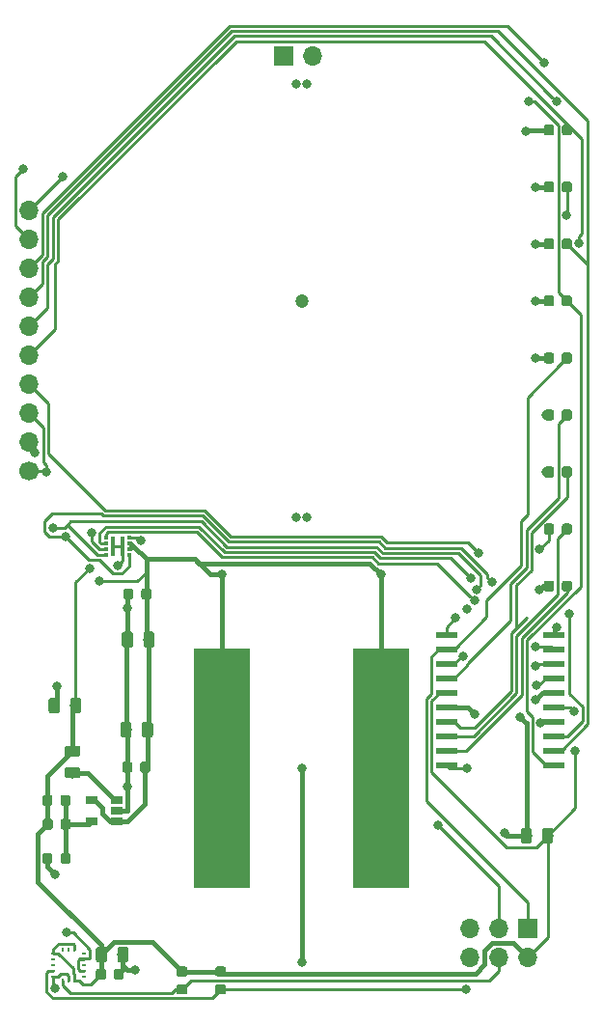
<source format=gbr>
G04 #@! TF.GenerationSoftware,KiCad,Pcbnew,(5.0.0-rc2-dev-668-g07e7340a9)*
G04 #@! TF.CreationDate,2018-10-23T00:23:44-04:00*
G04 #@! TF.ProjectId,BalancingBusinessCard,42616C616E63696E67427573696E6573,rev?*
G04 #@! TF.SameCoordinates,Original*
G04 #@! TF.FileFunction,Copper,L1,Top,Signal*
G04 #@! TF.FilePolarity,Positive*
%FSLAX46Y46*%
G04 Gerber Fmt 4.6, Leading zero omitted, Abs format (unit mm)*
G04 Created by KiCad (PCBNEW (5.0.0-rc2-dev-668-g07e7340a9)) date 10/23/18 00:23:44*
%MOMM*%
%LPD*%
G01*
G04 APERTURE LIST*
%ADD10R,5.000000X21.000000*%
%ADD11C,0.100000*%
%ADD12C,0.975000*%
%ADD13C,0.875000*%
%ADD14O,1.700000X1.700000*%
%ADD15R,1.700000X1.700000*%
%ADD16C,1.700000*%
%ADD17R,1.950000X0.600000*%
%ADD18R,0.350000X1.800000*%
%ADD19R,0.450000X0.300000*%
%ADD20R,0.254000X0.355600*%
%ADD21R,0.355600X0.254000*%
%ADD22R,1.060000X0.650000*%
%ADD23C,1.200000*%
%ADD24C,0.800000*%
%ADD25C,0.400000*%
%ADD26C,0.250000*%
G04 APERTURE END LIST*
D10*
X198500000Y-116000000D03*
X212500000Y-116000000D03*
D11*
G36*
X225492642Y-121201174D02*
X225516303Y-121204684D01*
X225539507Y-121210496D01*
X225562029Y-121218554D01*
X225583653Y-121228782D01*
X225604170Y-121241079D01*
X225623383Y-121255329D01*
X225641107Y-121271393D01*
X225657171Y-121289117D01*
X225671421Y-121308330D01*
X225683718Y-121328847D01*
X225693946Y-121350471D01*
X225702004Y-121372993D01*
X225707816Y-121396197D01*
X225711326Y-121419858D01*
X225712500Y-121443750D01*
X225712500Y-122356250D01*
X225711326Y-122380142D01*
X225707816Y-122403803D01*
X225702004Y-122427007D01*
X225693946Y-122449529D01*
X225683718Y-122471153D01*
X225671421Y-122491670D01*
X225657171Y-122510883D01*
X225641107Y-122528607D01*
X225623383Y-122544671D01*
X225604170Y-122558921D01*
X225583653Y-122571218D01*
X225562029Y-122581446D01*
X225539507Y-122589504D01*
X225516303Y-122595316D01*
X225492642Y-122598826D01*
X225468750Y-122600000D01*
X224981250Y-122600000D01*
X224957358Y-122598826D01*
X224933697Y-122595316D01*
X224910493Y-122589504D01*
X224887971Y-122581446D01*
X224866347Y-122571218D01*
X224845830Y-122558921D01*
X224826617Y-122544671D01*
X224808893Y-122528607D01*
X224792829Y-122510883D01*
X224778579Y-122491670D01*
X224766282Y-122471153D01*
X224756054Y-122449529D01*
X224747996Y-122427007D01*
X224742184Y-122403803D01*
X224738674Y-122380142D01*
X224737500Y-122356250D01*
X224737500Y-121443750D01*
X224738674Y-121419858D01*
X224742184Y-121396197D01*
X224747996Y-121372993D01*
X224756054Y-121350471D01*
X224766282Y-121328847D01*
X224778579Y-121308330D01*
X224792829Y-121289117D01*
X224808893Y-121271393D01*
X224826617Y-121255329D01*
X224845830Y-121241079D01*
X224866347Y-121228782D01*
X224887971Y-121218554D01*
X224910493Y-121210496D01*
X224933697Y-121204684D01*
X224957358Y-121201174D01*
X224981250Y-121200000D01*
X225468750Y-121200000D01*
X225492642Y-121201174D01*
X225492642Y-121201174D01*
G37*
D12*
X225225000Y-121900000D03*
D11*
G36*
X227367642Y-121201174D02*
X227391303Y-121204684D01*
X227414507Y-121210496D01*
X227437029Y-121218554D01*
X227458653Y-121228782D01*
X227479170Y-121241079D01*
X227498383Y-121255329D01*
X227516107Y-121271393D01*
X227532171Y-121289117D01*
X227546421Y-121308330D01*
X227558718Y-121328847D01*
X227568946Y-121350471D01*
X227577004Y-121372993D01*
X227582816Y-121396197D01*
X227586326Y-121419858D01*
X227587500Y-121443750D01*
X227587500Y-122356250D01*
X227586326Y-122380142D01*
X227582816Y-122403803D01*
X227577004Y-122427007D01*
X227568946Y-122449529D01*
X227558718Y-122471153D01*
X227546421Y-122491670D01*
X227532171Y-122510883D01*
X227516107Y-122528607D01*
X227498383Y-122544671D01*
X227479170Y-122558921D01*
X227458653Y-122571218D01*
X227437029Y-122581446D01*
X227414507Y-122589504D01*
X227391303Y-122595316D01*
X227367642Y-122598826D01*
X227343750Y-122600000D01*
X226856250Y-122600000D01*
X226832358Y-122598826D01*
X226808697Y-122595316D01*
X226785493Y-122589504D01*
X226762971Y-122581446D01*
X226741347Y-122571218D01*
X226720830Y-122558921D01*
X226701617Y-122544671D01*
X226683893Y-122528607D01*
X226667829Y-122510883D01*
X226653579Y-122491670D01*
X226641282Y-122471153D01*
X226631054Y-122449529D01*
X226622996Y-122427007D01*
X226617184Y-122403803D01*
X226613674Y-122380142D01*
X226612500Y-122356250D01*
X226612500Y-121443750D01*
X226613674Y-121419858D01*
X226617184Y-121396197D01*
X226622996Y-121372993D01*
X226631054Y-121350471D01*
X226641282Y-121328847D01*
X226653579Y-121308330D01*
X226667829Y-121289117D01*
X226683893Y-121271393D01*
X226701617Y-121255329D01*
X226720830Y-121241079D01*
X226741347Y-121228782D01*
X226762971Y-121218554D01*
X226785493Y-121210496D01*
X226808697Y-121204684D01*
X226832358Y-121201174D01*
X226856250Y-121200000D01*
X227343750Y-121200000D01*
X227367642Y-121201174D01*
X227367642Y-121201174D01*
G37*
D12*
X227100000Y-121900000D03*
D11*
G36*
X190367642Y-111901174D02*
X190391303Y-111904684D01*
X190414507Y-111910496D01*
X190437029Y-111918554D01*
X190458653Y-111928782D01*
X190479170Y-111941079D01*
X190498383Y-111955329D01*
X190516107Y-111971393D01*
X190532171Y-111989117D01*
X190546421Y-112008330D01*
X190558718Y-112028847D01*
X190568946Y-112050471D01*
X190577004Y-112072993D01*
X190582816Y-112096197D01*
X190586326Y-112119858D01*
X190587500Y-112143750D01*
X190587500Y-113056250D01*
X190586326Y-113080142D01*
X190582816Y-113103803D01*
X190577004Y-113127007D01*
X190568946Y-113149529D01*
X190558718Y-113171153D01*
X190546421Y-113191670D01*
X190532171Y-113210883D01*
X190516107Y-113228607D01*
X190498383Y-113244671D01*
X190479170Y-113258921D01*
X190458653Y-113271218D01*
X190437029Y-113281446D01*
X190414507Y-113289504D01*
X190391303Y-113295316D01*
X190367642Y-113298826D01*
X190343750Y-113300000D01*
X189856250Y-113300000D01*
X189832358Y-113298826D01*
X189808697Y-113295316D01*
X189785493Y-113289504D01*
X189762971Y-113281446D01*
X189741347Y-113271218D01*
X189720830Y-113258921D01*
X189701617Y-113244671D01*
X189683893Y-113228607D01*
X189667829Y-113210883D01*
X189653579Y-113191670D01*
X189641282Y-113171153D01*
X189631054Y-113149529D01*
X189622996Y-113127007D01*
X189617184Y-113103803D01*
X189613674Y-113080142D01*
X189612500Y-113056250D01*
X189612500Y-112143750D01*
X189613674Y-112119858D01*
X189617184Y-112096197D01*
X189622996Y-112072993D01*
X189631054Y-112050471D01*
X189641282Y-112028847D01*
X189653579Y-112008330D01*
X189667829Y-111989117D01*
X189683893Y-111971393D01*
X189701617Y-111955329D01*
X189720830Y-111941079D01*
X189741347Y-111928782D01*
X189762971Y-111918554D01*
X189785493Y-111910496D01*
X189808697Y-111904684D01*
X189832358Y-111901174D01*
X189856250Y-111900000D01*
X190343750Y-111900000D01*
X190367642Y-111901174D01*
X190367642Y-111901174D01*
G37*
D12*
X190100000Y-112600000D03*
D11*
G36*
X192242642Y-111901174D02*
X192266303Y-111904684D01*
X192289507Y-111910496D01*
X192312029Y-111918554D01*
X192333653Y-111928782D01*
X192354170Y-111941079D01*
X192373383Y-111955329D01*
X192391107Y-111971393D01*
X192407171Y-111989117D01*
X192421421Y-112008330D01*
X192433718Y-112028847D01*
X192443946Y-112050471D01*
X192452004Y-112072993D01*
X192457816Y-112096197D01*
X192461326Y-112119858D01*
X192462500Y-112143750D01*
X192462500Y-113056250D01*
X192461326Y-113080142D01*
X192457816Y-113103803D01*
X192452004Y-113127007D01*
X192443946Y-113149529D01*
X192433718Y-113171153D01*
X192421421Y-113191670D01*
X192407171Y-113210883D01*
X192391107Y-113228607D01*
X192373383Y-113244671D01*
X192354170Y-113258921D01*
X192333653Y-113271218D01*
X192312029Y-113281446D01*
X192289507Y-113289504D01*
X192266303Y-113295316D01*
X192242642Y-113298826D01*
X192218750Y-113300000D01*
X191731250Y-113300000D01*
X191707358Y-113298826D01*
X191683697Y-113295316D01*
X191660493Y-113289504D01*
X191637971Y-113281446D01*
X191616347Y-113271218D01*
X191595830Y-113258921D01*
X191576617Y-113244671D01*
X191558893Y-113228607D01*
X191542829Y-113210883D01*
X191528579Y-113191670D01*
X191516282Y-113171153D01*
X191506054Y-113149529D01*
X191497996Y-113127007D01*
X191492184Y-113103803D01*
X191488674Y-113080142D01*
X191487500Y-113056250D01*
X191487500Y-112143750D01*
X191488674Y-112119858D01*
X191492184Y-112096197D01*
X191497996Y-112072993D01*
X191506054Y-112050471D01*
X191516282Y-112028847D01*
X191528579Y-112008330D01*
X191542829Y-111989117D01*
X191558893Y-111971393D01*
X191576617Y-111955329D01*
X191595830Y-111941079D01*
X191616347Y-111928782D01*
X191637971Y-111918554D01*
X191660493Y-111910496D01*
X191683697Y-111904684D01*
X191707358Y-111901174D01*
X191731250Y-111900000D01*
X192218750Y-111900000D01*
X192242642Y-111901174D01*
X192242642Y-111901174D01*
G37*
D12*
X191975000Y-112600000D03*
D11*
G36*
X190492642Y-104001174D02*
X190516303Y-104004684D01*
X190539507Y-104010496D01*
X190562029Y-104018554D01*
X190583653Y-104028782D01*
X190604170Y-104041079D01*
X190623383Y-104055329D01*
X190641107Y-104071393D01*
X190657171Y-104089117D01*
X190671421Y-104108330D01*
X190683718Y-104128847D01*
X190693946Y-104150471D01*
X190702004Y-104172993D01*
X190707816Y-104196197D01*
X190711326Y-104219858D01*
X190712500Y-104243750D01*
X190712500Y-105156250D01*
X190711326Y-105180142D01*
X190707816Y-105203803D01*
X190702004Y-105227007D01*
X190693946Y-105249529D01*
X190683718Y-105271153D01*
X190671421Y-105291670D01*
X190657171Y-105310883D01*
X190641107Y-105328607D01*
X190623383Y-105344671D01*
X190604170Y-105358921D01*
X190583653Y-105371218D01*
X190562029Y-105381446D01*
X190539507Y-105389504D01*
X190516303Y-105395316D01*
X190492642Y-105398826D01*
X190468750Y-105400000D01*
X189981250Y-105400000D01*
X189957358Y-105398826D01*
X189933697Y-105395316D01*
X189910493Y-105389504D01*
X189887971Y-105381446D01*
X189866347Y-105371218D01*
X189845830Y-105358921D01*
X189826617Y-105344671D01*
X189808893Y-105328607D01*
X189792829Y-105310883D01*
X189778579Y-105291670D01*
X189766282Y-105271153D01*
X189756054Y-105249529D01*
X189747996Y-105227007D01*
X189742184Y-105203803D01*
X189738674Y-105180142D01*
X189737500Y-105156250D01*
X189737500Y-104243750D01*
X189738674Y-104219858D01*
X189742184Y-104196197D01*
X189747996Y-104172993D01*
X189756054Y-104150471D01*
X189766282Y-104128847D01*
X189778579Y-104108330D01*
X189792829Y-104089117D01*
X189808893Y-104071393D01*
X189826617Y-104055329D01*
X189845830Y-104041079D01*
X189866347Y-104028782D01*
X189887971Y-104018554D01*
X189910493Y-104010496D01*
X189933697Y-104004684D01*
X189957358Y-104001174D01*
X189981250Y-104000000D01*
X190468750Y-104000000D01*
X190492642Y-104001174D01*
X190492642Y-104001174D01*
G37*
D12*
X190225000Y-104700000D03*
D11*
G36*
X192367642Y-104001174D02*
X192391303Y-104004684D01*
X192414507Y-104010496D01*
X192437029Y-104018554D01*
X192458653Y-104028782D01*
X192479170Y-104041079D01*
X192498383Y-104055329D01*
X192516107Y-104071393D01*
X192532171Y-104089117D01*
X192546421Y-104108330D01*
X192558718Y-104128847D01*
X192568946Y-104150471D01*
X192577004Y-104172993D01*
X192582816Y-104196197D01*
X192586326Y-104219858D01*
X192587500Y-104243750D01*
X192587500Y-105156250D01*
X192586326Y-105180142D01*
X192582816Y-105203803D01*
X192577004Y-105227007D01*
X192568946Y-105249529D01*
X192558718Y-105271153D01*
X192546421Y-105291670D01*
X192532171Y-105310883D01*
X192516107Y-105328607D01*
X192498383Y-105344671D01*
X192479170Y-105358921D01*
X192458653Y-105371218D01*
X192437029Y-105381446D01*
X192414507Y-105389504D01*
X192391303Y-105395316D01*
X192367642Y-105398826D01*
X192343750Y-105400000D01*
X191856250Y-105400000D01*
X191832358Y-105398826D01*
X191808697Y-105395316D01*
X191785493Y-105389504D01*
X191762971Y-105381446D01*
X191741347Y-105371218D01*
X191720830Y-105358921D01*
X191701617Y-105344671D01*
X191683893Y-105328607D01*
X191667829Y-105310883D01*
X191653579Y-105291670D01*
X191641282Y-105271153D01*
X191631054Y-105249529D01*
X191622996Y-105227007D01*
X191617184Y-105203803D01*
X191613674Y-105180142D01*
X191612500Y-105156250D01*
X191612500Y-104243750D01*
X191613674Y-104219858D01*
X191617184Y-104196197D01*
X191622996Y-104172993D01*
X191631054Y-104150471D01*
X191641282Y-104128847D01*
X191653579Y-104108330D01*
X191667829Y-104089117D01*
X191683893Y-104071393D01*
X191701617Y-104055329D01*
X191720830Y-104041079D01*
X191741347Y-104028782D01*
X191762971Y-104018554D01*
X191785493Y-104010496D01*
X191808697Y-104004684D01*
X191832358Y-104001174D01*
X191856250Y-104000000D01*
X192343750Y-104000000D01*
X192367642Y-104001174D01*
X192367642Y-104001174D01*
G37*
D12*
X192100000Y-104700000D03*
D11*
G36*
X190540191Y-100226053D02*
X190561426Y-100229203D01*
X190582250Y-100234419D01*
X190602462Y-100241651D01*
X190621868Y-100250830D01*
X190640281Y-100261866D01*
X190657524Y-100274654D01*
X190673430Y-100289070D01*
X190687846Y-100304976D01*
X190700634Y-100322219D01*
X190711670Y-100340632D01*
X190720849Y-100360038D01*
X190728081Y-100380250D01*
X190733297Y-100401074D01*
X190736447Y-100422309D01*
X190737500Y-100443750D01*
X190737500Y-100956250D01*
X190736447Y-100977691D01*
X190733297Y-100998926D01*
X190728081Y-101019750D01*
X190720849Y-101039962D01*
X190711670Y-101059368D01*
X190700634Y-101077781D01*
X190687846Y-101095024D01*
X190673430Y-101110930D01*
X190657524Y-101125346D01*
X190640281Y-101138134D01*
X190621868Y-101149170D01*
X190602462Y-101158349D01*
X190582250Y-101165581D01*
X190561426Y-101170797D01*
X190540191Y-101173947D01*
X190518750Y-101175000D01*
X190081250Y-101175000D01*
X190059809Y-101173947D01*
X190038574Y-101170797D01*
X190017750Y-101165581D01*
X189997538Y-101158349D01*
X189978132Y-101149170D01*
X189959719Y-101138134D01*
X189942476Y-101125346D01*
X189926570Y-101110930D01*
X189912154Y-101095024D01*
X189899366Y-101077781D01*
X189888330Y-101059368D01*
X189879151Y-101039962D01*
X189871919Y-101019750D01*
X189866703Y-100998926D01*
X189863553Y-100977691D01*
X189862500Y-100956250D01*
X189862500Y-100443750D01*
X189863553Y-100422309D01*
X189866703Y-100401074D01*
X189871919Y-100380250D01*
X189879151Y-100360038D01*
X189888330Y-100340632D01*
X189899366Y-100322219D01*
X189912154Y-100304976D01*
X189926570Y-100289070D01*
X189942476Y-100274654D01*
X189959719Y-100261866D01*
X189978132Y-100250830D01*
X189997538Y-100241651D01*
X190017750Y-100234419D01*
X190038574Y-100229203D01*
X190059809Y-100226053D01*
X190081250Y-100225000D01*
X190518750Y-100225000D01*
X190540191Y-100226053D01*
X190540191Y-100226053D01*
G37*
D13*
X190300000Y-100700000D03*
D11*
G36*
X192115191Y-100226053D02*
X192136426Y-100229203D01*
X192157250Y-100234419D01*
X192177462Y-100241651D01*
X192196868Y-100250830D01*
X192215281Y-100261866D01*
X192232524Y-100274654D01*
X192248430Y-100289070D01*
X192262846Y-100304976D01*
X192275634Y-100322219D01*
X192286670Y-100340632D01*
X192295849Y-100360038D01*
X192303081Y-100380250D01*
X192308297Y-100401074D01*
X192311447Y-100422309D01*
X192312500Y-100443750D01*
X192312500Y-100956250D01*
X192311447Y-100977691D01*
X192308297Y-100998926D01*
X192303081Y-101019750D01*
X192295849Y-101039962D01*
X192286670Y-101059368D01*
X192275634Y-101077781D01*
X192262846Y-101095024D01*
X192248430Y-101110930D01*
X192232524Y-101125346D01*
X192215281Y-101138134D01*
X192196868Y-101149170D01*
X192177462Y-101158349D01*
X192157250Y-101165581D01*
X192136426Y-101170797D01*
X192115191Y-101173947D01*
X192093750Y-101175000D01*
X191656250Y-101175000D01*
X191634809Y-101173947D01*
X191613574Y-101170797D01*
X191592750Y-101165581D01*
X191572538Y-101158349D01*
X191553132Y-101149170D01*
X191534719Y-101138134D01*
X191517476Y-101125346D01*
X191501570Y-101110930D01*
X191487154Y-101095024D01*
X191474366Y-101077781D01*
X191463330Y-101059368D01*
X191454151Y-101039962D01*
X191446919Y-101019750D01*
X191441703Y-100998926D01*
X191438553Y-100977691D01*
X191437500Y-100956250D01*
X191437500Y-100443750D01*
X191438553Y-100422309D01*
X191441703Y-100401074D01*
X191446919Y-100380250D01*
X191454151Y-100360038D01*
X191463330Y-100340632D01*
X191474366Y-100322219D01*
X191487154Y-100304976D01*
X191501570Y-100289070D01*
X191517476Y-100274654D01*
X191534719Y-100261866D01*
X191553132Y-100250830D01*
X191572538Y-100241651D01*
X191592750Y-100234419D01*
X191613574Y-100229203D01*
X191634809Y-100226053D01*
X191656250Y-100225000D01*
X192093750Y-100225000D01*
X192115191Y-100226053D01*
X192115191Y-100226053D01*
G37*
D13*
X191875000Y-100700000D03*
D11*
G36*
X190090143Y-131626175D02*
X190113804Y-131629685D01*
X190137008Y-131635497D01*
X190159530Y-131643555D01*
X190181154Y-131653783D01*
X190201671Y-131666080D01*
X190220884Y-131680330D01*
X190238608Y-131696394D01*
X190254672Y-131714118D01*
X190268922Y-131733331D01*
X190281219Y-131753848D01*
X190291447Y-131775472D01*
X190299505Y-131797994D01*
X190305317Y-131821198D01*
X190308827Y-131844859D01*
X190310001Y-131868751D01*
X190310001Y-132781251D01*
X190308827Y-132805143D01*
X190305317Y-132828804D01*
X190299505Y-132852008D01*
X190291447Y-132874530D01*
X190281219Y-132896154D01*
X190268922Y-132916671D01*
X190254672Y-132935884D01*
X190238608Y-132953608D01*
X190220884Y-132969672D01*
X190201671Y-132983922D01*
X190181154Y-132996219D01*
X190159530Y-133006447D01*
X190137008Y-133014505D01*
X190113804Y-133020317D01*
X190090143Y-133023827D01*
X190066251Y-133025001D01*
X189578751Y-133025001D01*
X189554859Y-133023827D01*
X189531198Y-133020317D01*
X189507994Y-133014505D01*
X189485472Y-133006447D01*
X189463848Y-132996219D01*
X189443331Y-132983922D01*
X189424118Y-132969672D01*
X189406394Y-132953608D01*
X189390330Y-132935884D01*
X189376080Y-132916671D01*
X189363783Y-132896154D01*
X189353555Y-132874530D01*
X189345497Y-132852008D01*
X189339685Y-132828804D01*
X189336175Y-132805143D01*
X189335001Y-132781251D01*
X189335001Y-131868751D01*
X189336175Y-131844859D01*
X189339685Y-131821198D01*
X189345497Y-131797994D01*
X189353555Y-131775472D01*
X189363783Y-131753848D01*
X189376080Y-131733331D01*
X189390330Y-131714118D01*
X189406394Y-131696394D01*
X189424118Y-131680330D01*
X189443331Y-131666080D01*
X189463848Y-131653783D01*
X189485472Y-131643555D01*
X189507994Y-131635497D01*
X189531198Y-131629685D01*
X189554859Y-131626175D01*
X189578751Y-131625001D01*
X190066251Y-131625001D01*
X190090143Y-131626175D01*
X190090143Y-131626175D01*
G37*
D12*
X189822501Y-132325001D03*
D11*
G36*
X188215143Y-131626175D02*
X188238804Y-131629685D01*
X188262008Y-131635497D01*
X188284530Y-131643555D01*
X188306154Y-131653783D01*
X188326671Y-131666080D01*
X188345884Y-131680330D01*
X188363608Y-131696394D01*
X188379672Y-131714118D01*
X188393922Y-131733331D01*
X188406219Y-131753848D01*
X188416447Y-131775472D01*
X188424505Y-131797994D01*
X188430317Y-131821198D01*
X188433827Y-131844859D01*
X188435001Y-131868751D01*
X188435001Y-132781251D01*
X188433827Y-132805143D01*
X188430317Y-132828804D01*
X188424505Y-132852008D01*
X188416447Y-132874530D01*
X188406219Y-132896154D01*
X188393922Y-132916671D01*
X188379672Y-132935884D01*
X188363608Y-132953608D01*
X188345884Y-132969672D01*
X188326671Y-132983922D01*
X188306154Y-132996219D01*
X188284530Y-133006447D01*
X188262008Y-133014505D01*
X188238804Y-133020317D01*
X188215143Y-133023827D01*
X188191251Y-133025001D01*
X187703751Y-133025001D01*
X187679859Y-133023827D01*
X187656198Y-133020317D01*
X187632994Y-133014505D01*
X187610472Y-133006447D01*
X187588848Y-132996219D01*
X187568331Y-132983922D01*
X187549118Y-132969672D01*
X187531394Y-132953608D01*
X187515330Y-132935884D01*
X187501080Y-132916671D01*
X187488783Y-132896154D01*
X187478555Y-132874530D01*
X187470497Y-132852008D01*
X187464685Y-132828804D01*
X187461175Y-132805143D01*
X187460001Y-132781251D01*
X187460001Y-131868751D01*
X187461175Y-131844859D01*
X187464685Y-131821198D01*
X187470497Y-131797994D01*
X187478555Y-131775472D01*
X187488783Y-131753848D01*
X187501080Y-131733331D01*
X187515330Y-131714118D01*
X187531394Y-131696394D01*
X187549118Y-131680330D01*
X187568331Y-131666080D01*
X187588848Y-131653783D01*
X187610472Y-131643555D01*
X187632994Y-131635497D01*
X187656198Y-131629685D01*
X187679859Y-131626175D01*
X187703751Y-131625001D01*
X188191251Y-131625001D01*
X188215143Y-131626175D01*
X188215143Y-131626175D01*
G37*
D12*
X187947501Y-132325001D03*
D11*
G36*
X189712692Y-133581054D02*
X189733927Y-133584204D01*
X189754751Y-133589420D01*
X189774963Y-133596652D01*
X189794369Y-133605831D01*
X189812782Y-133616867D01*
X189830025Y-133629655D01*
X189845931Y-133644071D01*
X189860347Y-133659977D01*
X189873135Y-133677220D01*
X189884171Y-133695633D01*
X189893350Y-133715039D01*
X189900582Y-133735251D01*
X189905798Y-133756075D01*
X189908948Y-133777310D01*
X189910001Y-133798751D01*
X189910001Y-134311251D01*
X189908948Y-134332692D01*
X189905798Y-134353927D01*
X189900582Y-134374751D01*
X189893350Y-134394963D01*
X189884171Y-134414369D01*
X189873135Y-134432782D01*
X189860347Y-134450025D01*
X189845931Y-134465931D01*
X189830025Y-134480347D01*
X189812782Y-134493135D01*
X189794369Y-134504171D01*
X189774963Y-134513350D01*
X189754751Y-134520582D01*
X189733927Y-134525798D01*
X189712692Y-134528948D01*
X189691251Y-134530001D01*
X189253751Y-134530001D01*
X189232310Y-134528948D01*
X189211075Y-134525798D01*
X189190251Y-134520582D01*
X189170039Y-134513350D01*
X189150633Y-134504171D01*
X189132220Y-134493135D01*
X189114977Y-134480347D01*
X189099071Y-134465931D01*
X189084655Y-134450025D01*
X189071867Y-134432782D01*
X189060831Y-134414369D01*
X189051652Y-134394963D01*
X189044420Y-134374751D01*
X189039204Y-134353927D01*
X189036054Y-134332692D01*
X189035001Y-134311251D01*
X189035001Y-133798751D01*
X189036054Y-133777310D01*
X189039204Y-133756075D01*
X189044420Y-133735251D01*
X189051652Y-133715039D01*
X189060831Y-133695633D01*
X189071867Y-133677220D01*
X189084655Y-133659977D01*
X189099071Y-133644071D01*
X189114977Y-133629655D01*
X189132220Y-133616867D01*
X189150633Y-133605831D01*
X189170039Y-133596652D01*
X189190251Y-133589420D01*
X189211075Y-133584204D01*
X189232310Y-133581054D01*
X189253751Y-133580001D01*
X189691251Y-133580001D01*
X189712692Y-133581054D01*
X189712692Y-133581054D01*
G37*
D13*
X189472501Y-134055001D03*
D11*
G36*
X188137692Y-133581054D02*
X188158927Y-133584204D01*
X188179751Y-133589420D01*
X188199963Y-133596652D01*
X188219369Y-133605831D01*
X188237782Y-133616867D01*
X188255025Y-133629655D01*
X188270931Y-133644071D01*
X188285347Y-133659977D01*
X188298135Y-133677220D01*
X188309171Y-133695633D01*
X188318350Y-133715039D01*
X188325582Y-133735251D01*
X188330798Y-133756075D01*
X188333948Y-133777310D01*
X188335001Y-133798751D01*
X188335001Y-134311251D01*
X188333948Y-134332692D01*
X188330798Y-134353927D01*
X188325582Y-134374751D01*
X188318350Y-134394963D01*
X188309171Y-134414369D01*
X188298135Y-134432782D01*
X188285347Y-134450025D01*
X188270931Y-134465931D01*
X188255025Y-134480347D01*
X188237782Y-134493135D01*
X188219369Y-134504171D01*
X188199963Y-134513350D01*
X188179751Y-134520582D01*
X188158927Y-134525798D01*
X188137692Y-134528948D01*
X188116251Y-134530001D01*
X187678751Y-134530001D01*
X187657310Y-134528948D01*
X187636075Y-134525798D01*
X187615251Y-134520582D01*
X187595039Y-134513350D01*
X187575633Y-134504171D01*
X187557220Y-134493135D01*
X187539977Y-134480347D01*
X187524071Y-134465931D01*
X187509655Y-134450025D01*
X187496867Y-134432782D01*
X187485831Y-134414369D01*
X187476652Y-134394963D01*
X187469420Y-134374751D01*
X187464204Y-134353927D01*
X187461054Y-134332692D01*
X187460001Y-134311251D01*
X187460001Y-133798751D01*
X187461054Y-133777310D01*
X187464204Y-133756075D01*
X187469420Y-133735251D01*
X187476652Y-133715039D01*
X187485831Y-133695633D01*
X187496867Y-133677220D01*
X187509655Y-133659977D01*
X187524071Y-133644071D01*
X187539977Y-133629655D01*
X187557220Y-133616867D01*
X187575633Y-133605831D01*
X187595039Y-133596652D01*
X187615251Y-133589420D01*
X187636075Y-133584204D01*
X187657310Y-133581054D01*
X187678751Y-133580001D01*
X188116251Y-133580001D01*
X188137692Y-133581054D01*
X188137692Y-133581054D01*
G37*
D13*
X187897501Y-134055001D03*
D11*
G36*
X190440191Y-115426053D02*
X190461426Y-115429203D01*
X190482250Y-115434419D01*
X190502462Y-115441651D01*
X190521868Y-115450830D01*
X190540281Y-115461866D01*
X190557524Y-115474654D01*
X190573430Y-115489070D01*
X190587846Y-115504976D01*
X190600634Y-115522219D01*
X190611670Y-115540632D01*
X190620849Y-115560038D01*
X190628081Y-115580250D01*
X190633297Y-115601074D01*
X190636447Y-115622309D01*
X190637500Y-115643750D01*
X190637500Y-116156250D01*
X190636447Y-116177691D01*
X190633297Y-116198926D01*
X190628081Y-116219750D01*
X190620849Y-116239962D01*
X190611670Y-116259368D01*
X190600634Y-116277781D01*
X190587846Y-116295024D01*
X190573430Y-116310930D01*
X190557524Y-116325346D01*
X190540281Y-116338134D01*
X190521868Y-116349170D01*
X190502462Y-116358349D01*
X190482250Y-116365581D01*
X190461426Y-116370797D01*
X190440191Y-116373947D01*
X190418750Y-116375000D01*
X189981250Y-116375000D01*
X189959809Y-116373947D01*
X189938574Y-116370797D01*
X189917750Y-116365581D01*
X189897538Y-116358349D01*
X189878132Y-116349170D01*
X189859719Y-116338134D01*
X189842476Y-116325346D01*
X189826570Y-116310930D01*
X189812154Y-116295024D01*
X189799366Y-116277781D01*
X189788330Y-116259368D01*
X189779151Y-116239962D01*
X189771919Y-116219750D01*
X189766703Y-116198926D01*
X189763553Y-116177691D01*
X189762500Y-116156250D01*
X189762500Y-115643750D01*
X189763553Y-115622309D01*
X189766703Y-115601074D01*
X189771919Y-115580250D01*
X189779151Y-115560038D01*
X189788330Y-115540632D01*
X189799366Y-115522219D01*
X189812154Y-115504976D01*
X189826570Y-115489070D01*
X189842476Y-115474654D01*
X189859719Y-115461866D01*
X189878132Y-115450830D01*
X189897538Y-115441651D01*
X189917750Y-115434419D01*
X189938574Y-115429203D01*
X189959809Y-115426053D01*
X189981250Y-115425000D01*
X190418750Y-115425000D01*
X190440191Y-115426053D01*
X190440191Y-115426053D01*
G37*
D13*
X190200000Y-115900000D03*
D11*
G36*
X192015191Y-115426053D02*
X192036426Y-115429203D01*
X192057250Y-115434419D01*
X192077462Y-115441651D01*
X192096868Y-115450830D01*
X192115281Y-115461866D01*
X192132524Y-115474654D01*
X192148430Y-115489070D01*
X192162846Y-115504976D01*
X192175634Y-115522219D01*
X192186670Y-115540632D01*
X192195849Y-115560038D01*
X192203081Y-115580250D01*
X192208297Y-115601074D01*
X192211447Y-115622309D01*
X192212500Y-115643750D01*
X192212500Y-116156250D01*
X192211447Y-116177691D01*
X192208297Y-116198926D01*
X192203081Y-116219750D01*
X192195849Y-116239962D01*
X192186670Y-116259368D01*
X192175634Y-116277781D01*
X192162846Y-116295024D01*
X192148430Y-116310930D01*
X192132524Y-116325346D01*
X192115281Y-116338134D01*
X192096868Y-116349170D01*
X192077462Y-116358349D01*
X192057250Y-116365581D01*
X192036426Y-116370797D01*
X192015191Y-116373947D01*
X191993750Y-116375000D01*
X191556250Y-116375000D01*
X191534809Y-116373947D01*
X191513574Y-116370797D01*
X191492750Y-116365581D01*
X191472538Y-116358349D01*
X191453132Y-116349170D01*
X191434719Y-116338134D01*
X191417476Y-116325346D01*
X191401570Y-116310930D01*
X191387154Y-116295024D01*
X191374366Y-116277781D01*
X191363330Y-116259368D01*
X191354151Y-116239962D01*
X191346919Y-116219750D01*
X191341703Y-116198926D01*
X191338553Y-116177691D01*
X191337500Y-116156250D01*
X191337500Y-115643750D01*
X191338553Y-115622309D01*
X191341703Y-115601074D01*
X191346919Y-115580250D01*
X191354151Y-115560038D01*
X191363330Y-115540632D01*
X191374366Y-115522219D01*
X191387154Y-115504976D01*
X191401570Y-115489070D01*
X191417476Y-115474654D01*
X191434719Y-115461866D01*
X191453132Y-115450830D01*
X191472538Y-115441651D01*
X191492750Y-115434419D01*
X191513574Y-115429203D01*
X191534809Y-115426053D01*
X191556250Y-115425000D01*
X191993750Y-115425000D01*
X192015191Y-115426053D01*
X192015191Y-115426053D01*
G37*
D13*
X191775000Y-115900000D03*
D11*
G36*
X185040191Y-120426053D02*
X185061426Y-120429203D01*
X185082250Y-120434419D01*
X185102462Y-120441651D01*
X185121868Y-120450830D01*
X185140281Y-120461866D01*
X185157524Y-120474654D01*
X185173430Y-120489070D01*
X185187846Y-120504976D01*
X185200634Y-120522219D01*
X185211670Y-120540632D01*
X185220849Y-120560038D01*
X185228081Y-120580250D01*
X185233297Y-120601074D01*
X185236447Y-120622309D01*
X185237500Y-120643750D01*
X185237500Y-121156250D01*
X185236447Y-121177691D01*
X185233297Y-121198926D01*
X185228081Y-121219750D01*
X185220849Y-121239962D01*
X185211670Y-121259368D01*
X185200634Y-121277781D01*
X185187846Y-121295024D01*
X185173430Y-121310930D01*
X185157524Y-121325346D01*
X185140281Y-121338134D01*
X185121868Y-121349170D01*
X185102462Y-121358349D01*
X185082250Y-121365581D01*
X185061426Y-121370797D01*
X185040191Y-121373947D01*
X185018750Y-121375000D01*
X184581250Y-121375000D01*
X184559809Y-121373947D01*
X184538574Y-121370797D01*
X184517750Y-121365581D01*
X184497538Y-121358349D01*
X184478132Y-121349170D01*
X184459719Y-121338134D01*
X184442476Y-121325346D01*
X184426570Y-121310930D01*
X184412154Y-121295024D01*
X184399366Y-121277781D01*
X184388330Y-121259368D01*
X184379151Y-121239962D01*
X184371919Y-121219750D01*
X184366703Y-121198926D01*
X184363553Y-121177691D01*
X184362500Y-121156250D01*
X184362500Y-120643750D01*
X184363553Y-120622309D01*
X184366703Y-120601074D01*
X184371919Y-120580250D01*
X184379151Y-120560038D01*
X184388330Y-120540632D01*
X184399366Y-120522219D01*
X184412154Y-120504976D01*
X184426570Y-120489070D01*
X184442476Y-120474654D01*
X184459719Y-120461866D01*
X184478132Y-120450830D01*
X184497538Y-120441651D01*
X184517750Y-120434419D01*
X184538574Y-120429203D01*
X184559809Y-120426053D01*
X184581250Y-120425000D01*
X185018750Y-120425000D01*
X185040191Y-120426053D01*
X185040191Y-120426053D01*
G37*
D13*
X184800000Y-120900000D03*
D11*
G36*
X183465191Y-120426053D02*
X183486426Y-120429203D01*
X183507250Y-120434419D01*
X183527462Y-120441651D01*
X183546868Y-120450830D01*
X183565281Y-120461866D01*
X183582524Y-120474654D01*
X183598430Y-120489070D01*
X183612846Y-120504976D01*
X183625634Y-120522219D01*
X183636670Y-120540632D01*
X183645849Y-120560038D01*
X183653081Y-120580250D01*
X183658297Y-120601074D01*
X183661447Y-120622309D01*
X183662500Y-120643750D01*
X183662500Y-121156250D01*
X183661447Y-121177691D01*
X183658297Y-121198926D01*
X183653081Y-121219750D01*
X183645849Y-121239962D01*
X183636670Y-121259368D01*
X183625634Y-121277781D01*
X183612846Y-121295024D01*
X183598430Y-121310930D01*
X183582524Y-121325346D01*
X183565281Y-121338134D01*
X183546868Y-121349170D01*
X183527462Y-121358349D01*
X183507250Y-121365581D01*
X183486426Y-121370797D01*
X183465191Y-121373947D01*
X183443750Y-121375000D01*
X183006250Y-121375000D01*
X182984809Y-121373947D01*
X182963574Y-121370797D01*
X182942750Y-121365581D01*
X182922538Y-121358349D01*
X182903132Y-121349170D01*
X182884719Y-121338134D01*
X182867476Y-121325346D01*
X182851570Y-121310930D01*
X182837154Y-121295024D01*
X182824366Y-121277781D01*
X182813330Y-121259368D01*
X182804151Y-121239962D01*
X182796919Y-121219750D01*
X182791703Y-121198926D01*
X182788553Y-121177691D01*
X182787500Y-121156250D01*
X182787500Y-120643750D01*
X182788553Y-120622309D01*
X182791703Y-120601074D01*
X182796919Y-120580250D01*
X182804151Y-120560038D01*
X182813330Y-120540632D01*
X182824366Y-120522219D01*
X182837154Y-120504976D01*
X182851570Y-120489070D01*
X182867476Y-120474654D01*
X182884719Y-120461866D01*
X182903132Y-120450830D01*
X182922538Y-120441651D01*
X182942750Y-120434419D01*
X182963574Y-120429203D01*
X182984809Y-120426053D01*
X183006250Y-120425000D01*
X183443750Y-120425000D01*
X183465191Y-120426053D01*
X183465191Y-120426053D01*
G37*
D13*
X183225000Y-120900000D03*
D11*
G36*
X184067642Y-109801174D02*
X184091303Y-109804684D01*
X184114507Y-109810496D01*
X184137029Y-109818554D01*
X184158653Y-109828782D01*
X184179170Y-109841079D01*
X184198383Y-109855329D01*
X184216107Y-109871393D01*
X184232171Y-109889117D01*
X184246421Y-109908330D01*
X184258718Y-109928847D01*
X184268946Y-109950471D01*
X184277004Y-109972993D01*
X184282816Y-109996197D01*
X184286326Y-110019858D01*
X184287500Y-110043750D01*
X184287500Y-110956250D01*
X184286326Y-110980142D01*
X184282816Y-111003803D01*
X184277004Y-111027007D01*
X184268946Y-111049529D01*
X184258718Y-111071153D01*
X184246421Y-111091670D01*
X184232171Y-111110883D01*
X184216107Y-111128607D01*
X184198383Y-111144671D01*
X184179170Y-111158921D01*
X184158653Y-111171218D01*
X184137029Y-111181446D01*
X184114507Y-111189504D01*
X184091303Y-111195316D01*
X184067642Y-111198826D01*
X184043750Y-111200000D01*
X183556250Y-111200000D01*
X183532358Y-111198826D01*
X183508697Y-111195316D01*
X183485493Y-111189504D01*
X183462971Y-111181446D01*
X183441347Y-111171218D01*
X183420830Y-111158921D01*
X183401617Y-111144671D01*
X183383893Y-111128607D01*
X183367829Y-111110883D01*
X183353579Y-111091670D01*
X183341282Y-111071153D01*
X183331054Y-111049529D01*
X183322996Y-111027007D01*
X183317184Y-111003803D01*
X183313674Y-110980142D01*
X183312500Y-110956250D01*
X183312500Y-110043750D01*
X183313674Y-110019858D01*
X183317184Y-109996197D01*
X183322996Y-109972993D01*
X183331054Y-109950471D01*
X183341282Y-109928847D01*
X183353579Y-109908330D01*
X183367829Y-109889117D01*
X183383893Y-109871393D01*
X183401617Y-109855329D01*
X183420830Y-109841079D01*
X183441347Y-109828782D01*
X183462971Y-109818554D01*
X183485493Y-109810496D01*
X183508697Y-109804684D01*
X183532358Y-109801174D01*
X183556250Y-109800000D01*
X184043750Y-109800000D01*
X184067642Y-109801174D01*
X184067642Y-109801174D01*
G37*
D12*
X183800000Y-110500000D03*
D11*
G36*
X185942642Y-109801174D02*
X185966303Y-109804684D01*
X185989507Y-109810496D01*
X186012029Y-109818554D01*
X186033653Y-109828782D01*
X186054170Y-109841079D01*
X186073383Y-109855329D01*
X186091107Y-109871393D01*
X186107171Y-109889117D01*
X186121421Y-109908330D01*
X186133718Y-109928847D01*
X186143946Y-109950471D01*
X186152004Y-109972993D01*
X186157816Y-109996197D01*
X186161326Y-110019858D01*
X186162500Y-110043750D01*
X186162500Y-110956250D01*
X186161326Y-110980142D01*
X186157816Y-111003803D01*
X186152004Y-111027007D01*
X186143946Y-111049529D01*
X186133718Y-111071153D01*
X186121421Y-111091670D01*
X186107171Y-111110883D01*
X186091107Y-111128607D01*
X186073383Y-111144671D01*
X186054170Y-111158921D01*
X186033653Y-111171218D01*
X186012029Y-111181446D01*
X185989507Y-111189504D01*
X185966303Y-111195316D01*
X185942642Y-111198826D01*
X185918750Y-111200000D01*
X185431250Y-111200000D01*
X185407358Y-111198826D01*
X185383697Y-111195316D01*
X185360493Y-111189504D01*
X185337971Y-111181446D01*
X185316347Y-111171218D01*
X185295830Y-111158921D01*
X185276617Y-111144671D01*
X185258893Y-111128607D01*
X185242829Y-111110883D01*
X185228579Y-111091670D01*
X185216282Y-111071153D01*
X185206054Y-111049529D01*
X185197996Y-111027007D01*
X185192184Y-111003803D01*
X185188674Y-110980142D01*
X185187500Y-110956250D01*
X185187500Y-110043750D01*
X185188674Y-110019858D01*
X185192184Y-109996197D01*
X185197996Y-109972993D01*
X185206054Y-109950471D01*
X185216282Y-109928847D01*
X185228579Y-109908330D01*
X185242829Y-109889117D01*
X185258893Y-109871393D01*
X185276617Y-109855329D01*
X185295830Y-109841079D01*
X185316347Y-109828782D01*
X185337971Y-109818554D01*
X185360493Y-109810496D01*
X185383697Y-109804684D01*
X185407358Y-109801174D01*
X185431250Y-109800000D01*
X185918750Y-109800000D01*
X185942642Y-109801174D01*
X185942642Y-109801174D01*
G37*
D12*
X185675000Y-110500000D03*
D11*
G36*
X229027691Y-59526053D02*
X229048926Y-59529203D01*
X229069750Y-59534419D01*
X229089962Y-59541651D01*
X229109368Y-59550830D01*
X229127781Y-59561866D01*
X229145024Y-59574654D01*
X229160930Y-59589070D01*
X229175346Y-59604976D01*
X229188134Y-59622219D01*
X229199170Y-59640632D01*
X229208349Y-59660038D01*
X229215581Y-59680250D01*
X229220797Y-59701074D01*
X229223947Y-59722309D01*
X229225000Y-59743750D01*
X229225000Y-60256250D01*
X229223947Y-60277691D01*
X229220797Y-60298926D01*
X229215581Y-60319750D01*
X229208349Y-60339962D01*
X229199170Y-60359368D01*
X229188134Y-60377781D01*
X229175346Y-60395024D01*
X229160930Y-60410930D01*
X229145024Y-60425346D01*
X229127781Y-60438134D01*
X229109368Y-60449170D01*
X229089962Y-60458349D01*
X229069750Y-60465581D01*
X229048926Y-60470797D01*
X229027691Y-60473947D01*
X229006250Y-60475000D01*
X228568750Y-60475000D01*
X228547309Y-60473947D01*
X228526074Y-60470797D01*
X228505250Y-60465581D01*
X228485038Y-60458349D01*
X228465632Y-60449170D01*
X228447219Y-60438134D01*
X228429976Y-60425346D01*
X228414070Y-60410930D01*
X228399654Y-60395024D01*
X228386866Y-60377781D01*
X228375830Y-60359368D01*
X228366651Y-60339962D01*
X228359419Y-60319750D01*
X228354203Y-60298926D01*
X228351053Y-60277691D01*
X228350000Y-60256250D01*
X228350000Y-59743750D01*
X228351053Y-59722309D01*
X228354203Y-59701074D01*
X228359419Y-59680250D01*
X228366651Y-59660038D01*
X228375830Y-59640632D01*
X228386866Y-59622219D01*
X228399654Y-59604976D01*
X228414070Y-59589070D01*
X228429976Y-59574654D01*
X228447219Y-59561866D01*
X228465632Y-59550830D01*
X228485038Y-59541651D01*
X228505250Y-59534419D01*
X228526074Y-59529203D01*
X228547309Y-59526053D01*
X228568750Y-59525000D01*
X229006250Y-59525000D01*
X229027691Y-59526053D01*
X229027691Y-59526053D01*
G37*
D13*
X228787500Y-60000000D03*
D11*
G36*
X227452691Y-59526053D02*
X227473926Y-59529203D01*
X227494750Y-59534419D01*
X227514962Y-59541651D01*
X227534368Y-59550830D01*
X227552781Y-59561866D01*
X227570024Y-59574654D01*
X227585930Y-59589070D01*
X227600346Y-59604976D01*
X227613134Y-59622219D01*
X227624170Y-59640632D01*
X227633349Y-59660038D01*
X227640581Y-59680250D01*
X227645797Y-59701074D01*
X227648947Y-59722309D01*
X227650000Y-59743750D01*
X227650000Y-60256250D01*
X227648947Y-60277691D01*
X227645797Y-60298926D01*
X227640581Y-60319750D01*
X227633349Y-60339962D01*
X227624170Y-60359368D01*
X227613134Y-60377781D01*
X227600346Y-60395024D01*
X227585930Y-60410930D01*
X227570024Y-60425346D01*
X227552781Y-60438134D01*
X227534368Y-60449170D01*
X227514962Y-60458349D01*
X227494750Y-60465581D01*
X227473926Y-60470797D01*
X227452691Y-60473947D01*
X227431250Y-60475000D01*
X226993750Y-60475000D01*
X226972309Y-60473947D01*
X226951074Y-60470797D01*
X226930250Y-60465581D01*
X226910038Y-60458349D01*
X226890632Y-60449170D01*
X226872219Y-60438134D01*
X226854976Y-60425346D01*
X226839070Y-60410930D01*
X226824654Y-60395024D01*
X226811866Y-60377781D01*
X226800830Y-60359368D01*
X226791651Y-60339962D01*
X226784419Y-60319750D01*
X226779203Y-60298926D01*
X226776053Y-60277691D01*
X226775000Y-60256250D01*
X226775000Y-59743750D01*
X226776053Y-59722309D01*
X226779203Y-59701074D01*
X226784419Y-59680250D01*
X226791651Y-59660038D01*
X226800830Y-59640632D01*
X226811866Y-59622219D01*
X226824654Y-59604976D01*
X226839070Y-59589070D01*
X226854976Y-59574654D01*
X226872219Y-59561866D01*
X226890632Y-59550830D01*
X226910038Y-59541651D01*
X226930250Y-59534419D01*
X226951074Y-59529203D01*
X226972309Y-59526053D01*
X226993750Y-59525000D01*
X227431250Y-59525000D01*
X227452691Y-59526053D01*
X227452691Y-59526053D01*
G37*
D13*
X227212500Y-60000000D03*
D11*
G36*
X229027691Y-64526053D02*
X229048926Y-64529203D01*
X229069750Y-64534419D01*
X229089962Y-64541651D01*
X229109368Y-64550830D01*
X229127781Y-64561866D01*
X229145024Y-64574654D01*
X229160930Y-64589070D01*
X229175346Y-64604976D01*
X229188134Y-64622219D01*
X229199170Y-64640632D01*
X229208349Y-64660038D01*
X229215581Y-64680250D01*
X229220797Y-64701074D01*
X229223947Y-64722309D01*
X229225000Y-64743750D01*
X229225000Y-65256250D01*
X229223947Y-65277691D01*
X229220797Y-65298926D01*
X229215581Y-65319750D01*
X229208349Y-65339962D01*
X229199170Y-65359368D01*
X229188134Y-65377781D01*
X229175346Y-65395024D01*
X229160930Y-65410930D01*
X229145024Y-65425346D01*
X229127781Y-65438134D01*
X229109368Y-65449170D01*
X229089962Y-65458349D01*
X229069750Y-65465581D01*
X229048926Y-65470797D01*
X229027691Y-65473947D01*
X229006250Y-65475000D01*
X228568750Y-65475000D01*
X228547309Y-65473947D01*
X228526074Y-65470797D01*
X228505250Y-65465581D01*
X228485038Y-65458349D01*
X228465632Y-65449170D01*
X228447219Y-65438134D01*
X228429976Y-65425346D01*
X228414070Y-65410930D01*
X228399654Y-65395024D01*
X228386866Y-65377781D01*
X228375830Y-65359368D01*
X228366651Y-65339962D01*
X228359419Y-65319750D01*
X228354203Y-65298926D01*
X228351053Y-65277691D01*
X228350000Y-65256250D01*
X228350000Y-64743750D01*
X228351053Y-64722309D01*
X228354203Y-64701074D01*
X228359419Y-64680250D01*
X228366651Y-64660038D01*
X228375830Y-64640632D01*
X228386866Y-64622219D01*
X228399654Y-64604976D01*
X228414070Y-64589070D01*
X228429976Y-64574654D01*
X228447219Y-64561866D01*
X228465632Y-64550830D01*
X228485038Y-64541651D01*
X228505250Y-64534419D01*
X228526074Y-64529203D01*
X228547309Y-64526053D01*
X228568750Y-64525000D01*
X229006250Y-64525000D01*
X229027691Y-64526053D01*
X229027691Y-64526053D01*
G37*
D13*
X228787500Y-65000000D03*
D11*
G36*
X227452691Y-64526053D02*
X227473926Y-64529203D01*
X227494750Y-64534419D01*
X227514962Y-64541651D01*
X227534368Y-64550830D01*
X227552781Y-64561866D01*
X227570024Y-64574654D01*
X227585930Y-64589070D01*
X227600346Y-64604976D01*
X227613134Y-64622219D01*
X227624170Y-64640632D01*
X227633349Y-64660038D01*
X227640581Y-64680250D01*
X227645797Y-64701074D01*
X227648947Y-64722309D01*
X227650000Y-64743750D01*
X227650000Y-65256250D01*
X227648947Y-65277691D01*
X227645797Y-65298926D01*
X227640581Y-65319750D01*
X227633349Y-65339962D01*
X227624170Y-65359368D01*
X227613134Y-65377781D01*
X227600346Y-65395024D01*
X227585930Y-65410930D01*
X227570024Y-65425346D01*
X227552781Y-65438134D01*
X227534368Y-65449170D01*
X227514962Y-65458349D01*
X227494750Y-65465581D01*
X227473926Y-65470797D01*
X227452691Y-65473947D01*
X227431250Y-65475000D01*
X226993750Y-65475000D01*
X226972309Y-65473947D01*
X226951074Y-65470797D01*
X226930250Y-65465581D01*
X226910038Y-65458349D01*
X226890632Y-65449170D01*
X226872219Y-65438134D01*
X226854976Y-65425346D01*
X226839070Y-65410930D01*
X226824654Y-65395024D01*
X226811866Y-65377781D01*
X226800830Y-65359368D01*
X226791651Y-65339962D01*
X226784419Y-65319750D01*
X226779203Y-65298926D01*
X226776053Y-65277691D01*
X226775000Y-65256250D01*
X226775000Y-64743750D01*
X226776053Y-64722309D01*
X226779203Y-64701074D01*
X226784419Y-64680250D01*
X226791651Y-64660038D01*
X226800830Y-64640632D01*
X226811866Y-64622219D01*
X226824654Y-64604976D01*
X226839070Y-64589070D01*
X226854976Y-64574654D01*
X226872219Y-64561866D01*
X226890632Y-64550830D01*
X226910038Y-64541651D01*
X226930250Y-64534419D01*
X226951074Y-64529203D01*
X226972309Y-64526053D01*
X226993750Y-64525000D01*
X227431250Y-64525000D01*
X227452691Y-64526053D01*
X227452691Y-64526053D01*
G37*
D13*
X227212500Y-65000000D03*
D11*
G36*
X229027691Y-69526053D02*
X229048926Y-69529203D01*
X229069750Y-69534419D01*
X229089962Y-69541651D01*
X229109368Y-69550830D01*
X229127781Y-69561866D01*
X229145024Y-69574654D01*
X229160930Y-69589070D01*
X229175346Y-69604976D01*
X229188134Y-69622219D01*
X229199170Y-69640632D01*
X229208349Y-69660038D01*
X229215581Y-69680250D01*
X229220797Y-69701074D01*
X229223947Y-69722309D01*
X229225000Y-69743750D01*
X229225000Y-70256250D01*
X229223947Y-70277691D01*
X229220797Y-70298926D01*
X229215581Y-70319750D01*
X229208349Y-70339962D01*
X229199170Y-70359368D01*
X229188134Y-70377781D01*
X229175346Y-70395024D01*
X229160930Y-70410930D01*
X229145024Y-70425346D01*
X229127781Y-70438134D01*
X229109368Y-70449170D01*
X229089962Y-70458349D01*
X229069750Y-70465581D01*
X229048926Y-70470797D01*
X229027691Y-70473947D01*
X229006250Y-70475000D01*
X228568750Y-70475000D01*
X228547309Y-70473947D01*
X228526074Y-70470797D01*
X228505250Y-70465581D01*
X228485038Y-70458349D01*
X228465632Y-70449170D01*
X228447219Y-70438134D01*
X228429976Y-70425346D01*
X228414070Y-70410930D01*
X228399654Y-70395024D01*
X228386866Y-70377781D01*
X228375830Y-70359368D01*
X228366651Y-70339962D01*
X228359419Y-70319750D01*
X228354203Y-70298926D01*
X228351053Y-70277691D01*
X228350000Y-70256250D01*
X228350000Y-69743750D01*
X228351053Y-69722309D01*
X228354203Y-69701074D01*
X228359419Y-69680250D01*
X228366651Y-69660038D01*
X228375830Y-69640632D01*
X228386866Y-69622219D01*
X228399654Y-69604976D01*
X228414070Y-69589070D01*
X228429976Y-69574654D01*
X228447219Y-69561866D01*
X228465632Y-69550830D01*
X228485038Y-69541651D01*
X228505250Y-69534419D01*
X228526074Y-69529203D01*
X228547309Y-69526053D01*
X228568750Y-69525000D01*
X229006250Y-69525000D01*
X229027691Y-69526053D01*
X229027691Y-69526053D01*
G37*
D13*
X228787500Y-70000000D03*
D11*
G36*
X227452691Y-69526053D02*
X227473926Y-69529203D01*
X227494750Y-69534419D01*
X227514962Y-69541651D01*
X227534368Y-69550830D01*
X227552781Y-69561866D01*
X227570024Y-69574654D01*
X227585930Y-69589070D01*
X227600346Y-69604976D01*
X227613134Y-69622219D01*
X227624170Y-69640632D01*
X227633349Y-69660038D01*
X227640581Y-69680250D01*
X227645797Y-69701074D01*
X227648947Y-69722309D01*
X227650000Y-69743750D01*
X227650000Y-70256250D01*
X227648947Y-70277691D01*
X227645797Y-70298926D01*
X227640581Y-70319750D01*
X227633349Y-70339962D01*
X227624170Y-70359368D01*
X227613134Y-70377781D01*
X227600346Y-70395024D01*
X227585930Y-70410930D01*
X227570024Y-70425346D01*
X227552781Y-70438134D01*
X227534368Y-70449170D01*
X227514962Y-70458349D01*
X227494750Y-70465581D01*
X227473926Y-70470797D01*
X227452691Y-70473947D01*
X227431250Y-70475000D01*
X226993750Y-70475000D01*
X226972309Y-70473947D01*
X226951074Y-70470797D01*
X226930250Y-70465581D01*
X226910038Y-70458349D01*
X226890632Y-70449170D01*
X226872219Y-70438134D01*
X226854976Y-70425346D01*
X226839070Y-70410930D01*
X226824654Y-70395024D01*
X226811866Y-70377781D01*
X226800830Y-70359368D01*
X226791651Y-70339962D01*
X226784419Y-70319750D01*
X226779203Y-70298926D01*
X226776053Y-70277691D01*
X226775000Y-70256250D01*
X226775000Y-69743750D01*
X226776053Y-69722309D01*
X226779203Y-69701074D01*
X226784419Y-69680250D01*
X226791651Y-69660038D01*
X226800830Y-69640632D01*
X226811866Y-69622219D01*
X226824654Y-69604976D01*
X226839070Y-69589070D01*
X226854976Y-69574654D01*
X226872219Y-69561866D01*
X226890632Y-69550830D01*
X226910038Y-69541651D01*
X226930250Y-69534419D01*
X226951074Y-69529203D01*
X226972309Y-69526053D01*
X226993750Y-69525000D01*
X227431250Y-69525000D01*
X227452691Y-69526053D01*
X227452691Y-69526053D01*
G37*
D13*
X227212500Y-70000000D03*
D11*
G36*
X229027691Y-74526053D02*
X229048926Y-74529203D01*
X229069750Y-74534419D01*
X229089962Y-74541651D01*
X229109368Y-74550830D01*
X229127781Y-74561866D01*
X229145024Y-74574654D01*
X229160930Y-74589070D01*
X229175346Y-74604976D01*
X229188134Y-74622219D01*
X229199170Y-74640632D01*
X229208349Y-74660038D01*
X229215581Y-74680250D01*
X229220797Y-74701074D01*
X229223947Y-74722309D01*
X229225000Y-74743750D01*
X229225000Y-75256250D01*
X229223947Y-75277691D01*
X229220797Y-75298926D01*
X229215581Y-75319750D01*
X229208349Y-75339962D01*
X229199170Y-75359368D01*
X229188134Y-75377781D01*
X229175346Y-75395024D01*
X229160930Y-75410930D01*
X229145024Y-75425346D01*
X229127781Y-75438134D01*
X229109368Y-75449170D01*
X229089962Y-75458349D01*
X229069750Y-75465581D01*
X229048926Y-75470797D01*
X229027691Y-75473947D01*
X229006250Y-75475000D01*
X228568750Y-75475000D01*
X228547309Y-75473947D01*
X228526074Y-75470797D01*
X228505250Y-75465581D01*
X228485038Y-75458349D01*
X228465632Y-75449170D01*
X228447219Y-75438134D01*
X228429976Y-75425346D01*
X228414070Y-75410930D01*
X228399654Y-75395024D01*
X228386866Y-75377781D01*
X228375830Y-75359368D01*
X228366651Y-75339962D01*
X228359419Y-75319750D01*
X228354203Y-75298926D01*
X228351053Y-75277691D01*
X228350000Y-75256250D01*
X228350000Y-74743750D01*
X228351053Y-74722309D01*
X228354203Y-74701074D01*
X228359419Y-74680250D01*
X228366651Y-74660038D01*
X228375830Y-74640632D01*
X228386866Y-74622219D01*
X228399654Y-74604976D01*
X228414070Y-74589070D01*
X228429976Y-74574654D01*
X228447219Y-74561866D01*
X228465632Y-74550830D01*
X228485038Y-74541651D01*
X228505250Y-74534419D01*
X228526074Y-74529203D01*
X228547309Y-74526053D01*
X228568750Y-74525000D01*
X229006250Y-74525000D01*
X229027691Y-74526053D01*
X229027691Y-74526053D01*
G37*
D13*
X228787500Y-75000000D03*
D11*
G36*
X227452691Y-74526053D02*
X227473926Y-74529203D01*
X227494750Y-74534419D01*
X227514962Y-74541651D01*
X227534368Y-74550830D01*
X227552781Y-74561866D01*
X227570024Y-74574654D01*
X227585930Y-74589070D01*
X227600346Y-74604976D01*
X227613134Y-74622219D01*
X227624170Y-74640632D01*
X227633349Y-74660038D01*
X227640581Y-74680250D01*
X227645797Y-74701074D01*
X227648947Y-74722309D01*
X227650000Y-74743750D01*
X227650000Y-75256250D01*
X227648947Y-75277691D01*
X227645797Y-75298926D01*
X227640581Y-75319750D01*
X227633349Y-75339962D01*
X227624170Y-75359368D01*
X227613134Y-75377781D01*
X227600346Y-75395024D01*
X227585930Y-75410930D01*
X227570024Y-75425346D01*
X227552781Y-75438134D01*
X227534368Y-75449170D01*
X227514962Y-75458349D01*
X227494750Y-75465581D01*
X227473926Y-75470797D01*
X227452691Y-75473947D01*
X227431250Y-75475000D01*
X226993750Y-75475000D01*
X226972309Y-75473947D01*
X226951074Y-75470797D01*
X226930250Y-75465581D01*
X226910038Y-75458349D01*
X226890632Y-75449170D01*
X226872219Y-75438134D01*
X226854976Y-75425346D01*
X226839070Y-75410930D01*
X226824654Y-75395024D01*
X226811866Y-75377781D01*
X226800830Y-75359368D01*
X226791651Y-75339962D01*
X226784419Y-75319750D01*
X226779203Y-75298926D01*
X226776053Y-75277691D01*
X226775000Y-75256250D01*
X226775000Y-74743750D01*
X226776053Y-74722309D01*
X226779203Y-74701074D01*
X226784419Y-74680250D01*
X226791651Y-74660038D01*
X226800830Y-74640632D01*
X226811866Y-74622219D01*
X226824654Y-74604976D01*
X226839070Y-74589070D01*
X226854976Y-74574654D01*
X226872219Y-74561866D01*
X226890632Y-74550830D01*
X226910038Y-74541651D01*
X226930250Y-74534419D01*
X226951074Y-74529203D01*
X226972309Y-74526053D01*
X226993750Y-74525000D01*
X227431250Y-74525000D01*
X227452691Y-74526053D01*
X227452691Y-74526053D01*
G37*
D13*
X227212500Y-75000000D03*
D11*
G36*
X229027691Y-79526053D02*
X229048926Y-79529203D01*
X229069750Y-79534419D01*
X229089962Y-79541651D01*
X229109368Y-79550830D01*
X229127781Y-79561866D01*
X229145024Y-79574654D01*
X229160930Y-79589070D01*
X229175346Y-79604976D01*
X229188134Y-79622219D01*
X229199170Y-79640632D01*
X229208349Y-79660038D01*
X229215581Y-79680250D01*
X229220797Y-79701074D01*
X229223947Y-79722309D01*
X229225000Y-79743750D01*
X229225000Y-80256250D01*
X229223947Y-80277691D01*
X229220797Y-80298926D01*
X229215581Y-80319750D01*
X229208349Y-80339962D01*
X229199170Y-80359368D01*
X229188134Y-80377781D01*
X229175346Y-80395024D01*
X229160930Y-80410930D01*
X229145024Y-80425346D01*
X229127781Y-80438134D01*
X229109368Y-80449170D01*
X229089962Y-80458349D01*
X229069750Y-80465581D01*
X229048926Y-80470797D01*
X229027691Y-80473947D01*
X229006250Y-80475000D01*
X228568750Y-80475000D01*
X228547309Y-80473947D01*
X228526074Y-80470797D01*
X228505250Y-80465581D01*
X228485038Y-80458349D01*
X228465632Y-80449170D01*
X228447219Y-80438134D01*
X228429976Y-80425346D01*
X228414070Y-80410930D01*
X228399654Y-80395024D01*
X228386866Y-80377781D01*
X228375830Y-80359368D01*
X228366651Y-80339962D01*
X228359419Y-80319750D01*
X228354203Y-80298926D01*
X228351053Y-80277691D01*
X228350000Y-80256250D01*
X228350000Y-79743750D01*
X228351053Y-79722309D01*
X228354203Y-79701074D01*
X228359419Y-79680250D01*
X228366651Y-79660038D01*
X228375830Y-79640632D01*
X228386866Y-79622219D01*
X228399654Y-79604976D01*
X228414070Y-79589070D01*
X228429976Y-79574654D01*
X228447219Y-79561866D01*
X228465632Y-79550830D01*
X228485038Y-79541651D01*
X228505250Y-79534419D01*
X228526074Y-79529203D01*
X228547309Y-79526053D01*
X228568750Y-79525000D01*
X229006250Y-79525000D01*
X229027691Y-79526053D01*
X229027691Y-79526053D01*
G37*
D13*
X228787500Y-80000000D03*
D11*
G36*
X227452691Y-79526053D02*
X227473926Y-79529203D01*
X227494750Y-79534419D01*
X227514962Y-79541651D01*
X227534368Y-79550830D01*
X227552781Y-79561866D01*
X227570024Y-79574654D01*
X227585930Y-79589070D01*
X227600346Y-79604976D01*
X227613134Y-79622219D01*
X227624170Y-79640632D01*
X227633349Y-79660038D01*
X227640581Y-79680250D01*
X227645797Y-79701074D01*
X227648947Y-79722309D01*
X227650000Y-79743750D01*
X227650000Y-80256250D01*
X227648947Y-80277691D01*
X227645797Y-80298926D01*
X227640581Y-80319750D01*
X227633349Y-80339962D01*
X227624170Y-80359368D01*
X227613134Y-80377781D01*
X227600346Y-80395024D01*
X227585930Y-80410930D01*
X227570024Y-80425346D01*
X227552781Y-80438134D01*
X227534368Y-80449170D01*
X227514962Y-80458349D01*
X227494750Y-80465581D01*
X227473926Y-80470797D01*
X227452691Y-80473947D01*
X227431250Y-80475000D01*
X226993750Y-80475000D01*
X226972309Y-80473947D01*
X226951074Y-80470797D01*
X226930250Y-80465581D01*
X226910038Y-80458349D01*
X226890632Y-80449170D01*
X226872219Y-80438134D01*
X226854976Y-80425346D01*
X226839070Y-80410930D01*
X226824654Y-80395024D01*
X226811866Y-80377781D01*
X226800830Y-80359368D01*
X226791651Y-80339962D01*
X226784419Y-80319750D01*
X226779203Y-80298926D01*
X226776053Y-80277691D01*
X226775000Y-80256250D01*
X226775000Y-79743750D01*
X226776053Y-79722309D01*
X226779203Y-79701074D01*
X226784419Y-79680250D01*
X226791651Y-79660038D01*
X226800830Y-79640632D01*
X226811866Y-79622219D01*
X226824654Y-79604976D01*
X226839070Y-79589070D01*
X226854976Y-79574654D01*
X226872219Y-79561866D01*
X226890632Y-79550830D01*
X226910038Y-79541651D01*
X226930250Y-79534419D01*
X226951074Y-79529203D01*
X226972309Y-79526053D01*
X226993750Y-79525000D01*
X227431250Y-79525000D01*
X227452691Y-79526053D01*
X227452691Y-79526053D01*
G37*
D13*
X227212500Y-80000000D03*
D11*
G36*
X229027691Y-84526053D02*
X229048926Y-84529203D01*
X229069750Y-84534419D01*
X229089962Y-84541651D01*
X229109368Y-84550830D01*
X229127781Y-84561866D01*
X229145024Y-84574654D01*
X229160930Y-84589070D01*
X229175346Y-84604976D01*
X229188134Y-84622219D01*
X229199170Y-84640632D01*
X229208349Y-84660038D01*
X229215581Y-84680250D01*
X229220797Y-84701074D01*
X229223947Y-84722309D01*
X229225000Y-84743750D01*
X229225000Y-85256250D01*
X229223947Y-85277691D01*
X229220797Y-85298926D01*
X229215581Y-85319750D01*
X229208349Y-85339962D01*
X229199170Y-85359368D01*
X229188134Y-85377781D01*
X229175346Y-85395024D01*
X229160930Y-85410930D01*
X229145024Y-85425346D01*
X229127781Y-85438134D01*
X229109368Y-85449170D01*
X229089962Y-85458349D01*
X229069750Y-85465581D01*
X229048926Y-85470797D01*
X229027691Y-85473947D01*
X229006250Y-85475000D01*
X228568750Y-85475000D01*
X228547309Y-85473947D01*
X228526074Y-85470797D01*
X228505250Y-85465581D01*
X228485038Y-85458349D01*
X228465632Y-85449170D01*
X228447219Y-85438134D01*
X228429976Y-85425346D01*
X228414070Y-85410930D01*
X228399654Y-85395024D01*
X228386866Y-85377781D01*
X228375830Y-85359368D01*
X228366651Y-85339962D01*
X228359419Y-85319750D01*
X228354203Y-85298926D01*
X228351053Y-85277691D01*
X228350000Y-85256250D01*
X228350000Y-84743750D01*
X228351053Y-84722309D01*
X228354203Y-84701074D01*
X228359419Y-84680250D01*
X228366651Y-84660038D01*
X228375830Y-84640632D01*
X228386866Y-84622219D01*
X228399654Y-84604976D01*
X228414070Y-84589070D01*
X228429976Y-84574654D01*
X228447219Y-84561866D01*
X228465632Y-84550830D01*
X228485038Y-84541651D01*
X228505250Y-84534419D01*
X228526074Y-84529203D01*
X228547309Y-84526053D01*
X228568750Y-84525000D01*
X229006250Y-84525000D01*
X229027691Y-84526053D01*
X229027691Y-84526053D01*
G37*
D13*
X228787500Y-85000000D03*
D11*
G36*
X227452691Y-84526053D02*
X227473926Y-84529203D01*
X227494750Y-84534419D01*
X227514962Y-84541651D01*
X227534368Y-84550830D01*
X227552781Y-84561866D01*
X227570024Y-84574654D01*
X227585930Y-84589070D01*
X227600346Y-84604976D01*
X227613134Y-84622219D01*
X227624170Y-84640632D01*
X227633349Y-84660038D01*
X227640581Y-84680250D01*
X227645797Y-84701074D01*
X227648947Y-84722309D01*
X227650000Y-84743750D01*
X227650000Y-85256250D01*
X227648947Y-85277691D01*
X227645797Y-85298926D01*
X227640581Y-85319750D01*
X227633349Y-85339962D01*
X227624170Y-85359368D01*
X227613134Y-85377781D01*
X227600346Y-85395024D01*
X227585930Y-85410930D01*
X227570024Y-85425346D01*
X227552781Y-85438134D01*
X227534368Y-85449170D01*
X227514962Y-85458349D01*
X227494750Y-85465581D01*
X227473926Y-85470797D01*
X227452691Y-85473947D01*
X227431250Y-85475000D01*
X226993750Y-85475000D01*
X226972309Y-85473947D01*
X226951074Y-85470797D01*
X226930250Y-85465581D01*
X226910038Y-85458349D01*
X226890632Y-85449170D01*
X226872219Y-85438134D01*
X226854976Y-85425346D01*
X226839070Y-85410930D01*
X226824654Y-85395024D01*
X226811866Y-85377781D01*
X226800830Y-85359368D01*
X226791651Y-85339962D01*
X226784419Y-85319750D01*
X226779203Y-85298926D01*
X226776053Y-85277691D01*
X226775000Y-85256250D01*
X226775000Y-84743750D01*
X226776053Y-84722309D01*
X226779203Y-84701074D01*
X226784419Y-84680250D01*
X226791651Y-84660038D01*
X226800830Y-84640632D01*
X226811866Y-84622219D01*
X226824654Y-84604976D01*
X226839070Y-84589070D01*
X226854976Y-84574654D01*
X226872219Y-84561866D01*
X226890632Y-84550830D01*
X226910038Y-84541651D01*
X226930250Y-84534419D01*
X226951074Y-84529203D01*
X226972309Y-84526053D01*
X226993750Y-84525000D01*
X227431250Y-84525000D01*
X227452691Y-84526053D01*
X227452691Y-84526053D01*
G37*
D13*
X227212500Y-85000000D03*
D11*
G36*
X229027691Y-89526053D02*
X229048926Y-89529203D01*
X229069750Y-89534419D01*
X229089962Y-89541651D01*
X229109368Y-89550830D01*
X229127781Y-89561866D01*
X229145024Y-89574654D01*
X229160930Y-89589070D01*
X229175346Y-89604976D01*
X229188134Y-89622219D01*
X229199170Y-89640632D01*
X229208349Y-89660038D01*
X229215581Y-89680250D01*
X229220797Y-89701074D01*
X229223947Y-89722309D01*
X229225000Y-89743750D01*
X229225000Y-90256250D01*
X229223947Y-90277691D01*
X229220797Y-90298926D01*
X229215581Y-90319750D01*
X229208349Y-90339962D01*
X229199170Y-90359368D01*
X229188134Y-90377781D01*
X229175346Y-90395024D01*
X229160930Y-90410930D01*
X229145024Y-90425346D01*
X229127781Y-90438134D01*
X229109368Y-90449170D01*
X229089962Y-90458349D01*
X229069750Y-90465581D01*
X229048926Y-90470797D01*
X229027691Y-90473947D01*
X229006250Y-90475000D01*
X228568750Y-90475000D01*
X228547309Y-90473947D01*
X228526074Y-90470797D01*
X228505250Y-90465581D01*
X228485038Y-90458349D01*
X228465632Y-90449170D01*
X228447219Y-90438134D01*
X228429976Y-90425346D01*
X228414070Y-90410930D01*
X228399654Y-90395024D01*
X228386866Y-90377781D01*
X228375830Y-90359368D01*
X228366651Y-90339962D01*
X228359419Y-90319750D01*
X228354203Y-90298926D01*
X228351053Y-90277691D01*
X228350000Y-90256250D01*
X228350000Y-89743750D01*
X228351053Y-89722309D01*
X228354203Y-89701074D01*
X228359419Y-89680250D01*
X228366651Y-89660038D01*
X228375830Y-89640632D01*
X228386866Y-89622219D01*
X228399654Y-89604976D01*
X228414070Y-89589070D01*
X228429976Y-89574654D01*
X228447219Y-89561866D01*
X228465632Y-89550830D01*
X228485038Y-89541651D01*
X228505250Y-89534419D01*
X228526074Y-89529203D01*
X228547309Y-89526053D01*
X228568750Y-89525000D01*
X229006250Y-89525000D01*
X229027691Y-89526053D01*
X229027691Y-89526053D01*
G37*
D13*
X228787500Y-90000000D03*
D11*
G36*
X227452691Y-89526053D02*
X227473926Y-89529203D01*
X227494750Y-89534419D01*
X227514962Y-89541651D01*
X227534368Y-89550830D01*
X227552781Y-89561866D01*
X227570024Y-89574654D01*
X227585930Y-89589070D01*
X227600346Y-89604976D01*
X227613134Y-89622219D01*
X227624170Y-89640632D01*
X227633349Y-89660038D01*
X227640581Y-89680250D01*
X227645797Y-89701074D01*
X227648947Y-89722309D01*
X227650000Y-89743750D01*
X227650000Y-90256250D01*
X227648947Y-90277691D01*
X227645797Y-90298926D01*
X227640581Y-90319750D01*
X227633349Y-90339962D01*
X227624170Y-90359368D01*
X227613134Y-90377781D01*
X227600346Y-90395024D01*
X227585930Y-90410930D01*
X227570024Y-90425346D01*
X227552781Y-90438134D01*
X227534368Y-90449170D01*
X227514962Y-90458349D01*
X227494750Y-90465581D01*
X227473926Y-90470797D01*
X227452691Y-90473947D01*
X227431250Y-90475000D01*
X226993750Y-90475000D01*
X226972309Y-90473947D01*
X226951074Y-90470797D01*
X226930250Y-90465581D01*
X226910038Y-90458349D01*
X226890632Y-90449170D01*
X226872219Y-90438134D01*
X226854976Y-90425346D01*
X226839070Y-90410930D01*
X226824654Y-90395024D01*
X226811866Y-90377781D01*
X226800830Y-90359368D01*
X226791651Y-90339962D01*
X226784419Y-90319750D01*
X226779203Y-90298926D01*
X226776053Y-90277691D01*
X226775000Y-90256250D01*
X226775000Y-89743750D01*
X226776053Y-89722309D01*
X226779203Y-89701074D01*
X226784419Y-89680250D01*
X226791651Y-89660038D01*
X226800830Y-89640632D01*
X226811866Y-89622219D01*
X226824654Y-89604976D01*
X226839070Y-89589070D01*
X226854976Y-89574654D01*
X226872219Y-89561866D01*
X226890632Y-89550830D01*
X226910038Y-89541651D01*
X226930250Y-89534419D01*
X226951074Y-89529203D01*
X226972309Y-89526053D01*
X226993750Y-89525000D01*
X227431250Y-89525000D01*
X227452691Y-89526053D01*
X227452691Y-89526053D01*
G37*
D13*
X227212500Y-90000000D03*
D11*
G36*
X229027691Y-94526053D02*
X229048926Y-94529203D01*
X229069750Y-94534419D01*
X229089962Y-94541651D01*
X229109368Y-94550830D01*
X229127781Y-94561866D01*
X229145024Y-94574654D01*
X229160930Y-94589070D01*
X229175346Y-94604976D01*
X229188134Y-94622219D01*
X229199170Y-94640632D01*
X229208349Y-94660038D01*
X229215581Y-94680250D01*
X229220797Y-94701074D01*
X229223947Y-94722309D01*
X229225000Y-94743750D01*
X229225000Y-95256250D01*
X229223947Y-95277691D01*
X229220797Y-95298926D01*
X229215581Y-95319750D01*
X229208349Y-95339962D01*
X229199170Y-95359368D01*
X229188134Y-95377781D01*
X229175346Y-95395024D01*
X229160930Y-95410930D01*
X229145024Y-95425346D01*
X229127781Y-95438134D01*
X229109368Y-95449170D01*
X229089962Y-95458349D01*
X229069750Y-95465581D01*
X229048926Y-95470797D01*
X229027691Y-95473947D01*
X229006250Y-95475000D01*
X228568750Y-95475000D01*
X228547309Y-95473947D01*
X228526074Y-95470797D01*
X228505250Y-95465581D01*
X228485038Y-95458349D01*
X228465632Y-95449170D01*
X228447219Y-95438134D01*
X228429976Y-95425346D01*
X228414070Y-95410930D01*
X228399654Y-95395024D01*
X228386866Y-95377781D01*
X228375830Y-95359368D01*
X228366651Y-95339962D01*
X228359419Y-95319750D01*
X228354203Y-95298926D01*
X228351053Y-95277691D01*
X228350000Y-95256250D01*
X228350000Y-94743750D01*
X228351053Y-94722309D01*
X228354203Y-94701074D01*
X228359419Y-94680250D01*
X228366651Y-94660038D01*
X228375830Y-94640632D01*
X228386866Y-94622219D01*
X228399654Y-94604976D01*
X228414070Y-94589070D01*
X228429976Y-94574654D01*
X228447219Y-94561866D01*
X228465632Y-94550830D01*
X228485038Y-94541651D01*
X228505250Y-94534419D01*
X228526074Y-94529203D01*
X228547309Y-94526053D01*
X228568750Y-94525000D01*
X229006250Y-94525000D01*
X229027691Y-94526053D01*
X229027691Y-94526053D01*
G37*
D13*
X228787500Y-95000000D03*
D11*
G36*
X227452691Y-94526053D02*
X227473926Y-94529203D01*
X227494750Y-94534419D01*
X227514962Y-94541651D01*
X227534368Y-94550830D01*
X227552781Y-94561866D01*
X227570024Y-94574654D01*
X227585930Y-94589070D01*
X227600346Y-94604976D01*
X227613134Y-94622219D01*
X227624170Y-94640632D01*
X227633349Y-94660038D01*
X227640581Y-94680250D01*
X227645797Y-94701074D01*
X227648947Y-94722309D01*
X227650000Y-94743750D01*
X227650000Y-95256250D01*
X227648947Y-95277691D01*
X227645797Y-95298926D01*
X227640581Y-95319750D01*
X227633349Y-95339962D01*
X227624170Y-95359368D01*
X227613134Y-95377781D01*
X227600346Y-95395024D01*
X227585930Y-95410930D01*
X227570024Y-95425346D01*
X227552781Y-95438134D01*
X227534368Y-95449170D01*
X227514962Y-95458349D01*
X227494750Y-95465581D01*
X227473926Y-95470797D01*
X227452691Y-95473947D01*
X227431250Y-95475000D01*
X226993750Y-95475000D01*
X226972309Y-95473947D01*
X226951074Y-95470797D01*
X226930250Y-95465581D01*
X226910038Y-95458349D01*
X226890632Y-95449170D01*
X226872219Y-95438134D01*
X226854976Y-95425346D01*
X226839070Y-95410930D01*
X226824654Y-95395024D01*
X226811866Y-95377781D01*
X226800830Y-95359368D01*
X226791651Y-95339962D01*
X226784419Y-95319750D01*
X226779203Y-95298926D01*
X226776053Y-95277691D01*
X226775000Y-95256250D01*
X226775000Y-94743750D01*
X226776053Y-94722309D01*
X226779203Y-94701074D01*
X226784419Y-94680250D01*
X226791651Y-94660038D01*
X226800830Y-94640632D01*
X226811866Y-94622219D01*
X226824654Y-94604976D01*
X226839070Y-94589070D01*
X226854976Y-94574654D01*
X226872219Y-94561866D01*
X226890632Y-94550830D01*
X226910038Y-94541651D01*
X226930250Y-94534419D01*
X226951074Y-94529203D01*
X226972309Y-94526053D01*
X226993750Y-94525000D01*
X227431250Y-94525000D01*
X227452691Y-94526053D01*
X227452691Y-94526053D01*
G37*
D13*
X227212500Y-95000000D03*
D11*
G36*
X229027691Y-99526053D02*
X229048926Y-99529203D01*
X229069750Y-99534419D01*
X229089962Y-99541651D01*
X229109368Y-99550830D01*
X229127781Y-99561866D01*
X229145024Y-99574654D01*
X229160930Y-99589070D01*
X229175346Y-99604976D01*
X229188134Y-99622219D01*
X229199170Y-99640632D01*
X229208349Y-99660038D01*
X229215581Y-99680250D01*
X229220797Y-99701074D01*
X229223947Y-99722309D01*
X229225000Y-99743750D01*
X229225000Y-100256250D01*
X229223947Y-100277691D01*
X229220797Y-100298926D01*
X229215581Y-100319750D01*
X229208349Y-100339962D01*
X229199170Y-100359368D01*
X229188134Y-100377781D01*
X229175346Y-100395024D01*
X229160930Y-100410930D01*
X229145024Y-100425346D01*
X229127781Y-100438134D01*
X229109368Y-100449170D01*
X229089962Y-100458349D01*
X229069750Y-100465581D01*
X229048926Y-100470797D01*
X229027691Y-100473947D01*
X229006250Y-100475000D01*
X228568750Y-100475000D01*
X228547309Y-100473947D01*
X228526074Y-100470797D01*
X228505250Y-100465581D01*
X228485038Y-100458349D01*
X228465632Y-100449170D01*
X228447219Y-100438134D01*
X228429976Y-100425346D01*
X228414070Y-100410930D01*
X228399654Y-100395024D01*
X228386866Y-100377781D01*
X228375830Y-100359368D01*
X228366651Y-100339962D01*
X228359419Y-100319750D01*
X228354203Y-100298926D01*
X228351053Y-100277691D01*
X228350000Y-100256250D01*
X228350000Y-99743750D01*
X228351053Y-99722309D01*
X228354203Y-99701074D01*
X228359419Y-99680250D01*
X228366651Y-99660038D01*
X228375830Y-99640632D01*
X228386866Y-99622219D01*
X228399654Y-99604976D01*
X228414070Y-99589070D01*
X228429976Y-99574654D01*
X228447219Y-99561866D01*
X228465632Y-99550830D01*
X228485038Y-99541651D01*
X228505250Y-99534419D01*
X228526074Y-99529203D01*
X228547309Y-99526053D01*
X228568750Y-99525000D01*
X229006250Y-99525000D01*
X229027691Y-99526053D01*
X229027691Y-99526053D01*
G37*
D13*
X228787500Y-100000000D03*
D11*
G36*
X227452691Y-99526053D02*
X227473926Y-99529203D01*
X227494750Y-99534419D01*
X227514962Y-99541651D01*
X227534368Y-99550830D01*
X227552781Y-99561866D01*
X227570024Y-99574654D01*
X227585930Y-99589070D01*
X227600346Y-99604976D01*
X227613134Y-99622219D01*
X227624170Y-99640632D01*
X227633349Y-99660038D01*
X227640581Y-99680250D01*
X227645797Y-99701074D01*
X227648947Y-99722309D01*
X227650000Y-99743750D01*
X227650000Y-100256250D01*
X227648947Y-100277691D01*
X227645797Y-100298926D01*
X227640581Y-100319750D01*
X227633349Y-100339962D01*
X227624170Y-100359368D01*
X227613134Y-100377781D01*
X227600346Y-100395024D01*
X227585930Y-100410930D01*
X227570024Y-100425346D01*
X227552781Y-100438134D01*
X227534368Y-100449170D01*
X227514962Y-100458349D01*
X227494750Y-100465581D01*
X227473926Y-100470797D01*
X227452691Y-100473947D01*
X227431250Y-100475000D01*
X226993750Y-100475000D01*
X226972309Y-100473947D01*
X226951074Y-100470797D01*
X226930250Y-100465581D01*
X226910038Y-100458349D01*
X226890632Y-100449170D01*
X226872219Y-100438134D01*
X226854976Y-100425346D01*
X226839070Y-100410930D01*
X226824654Y-100395024D01*
X226811866Y-100377781D01*
X226800830Y-100359368D01*
X226791651Y-100339962D01*
X226784419Y-100319750D01*
X226779203Y-100298926D01*
X226776053Y-100277691D01*
X226775000Y-100256250D01*
X226775000Y-99743750D01*
X226776053Y-99722309D01*
X226779203Y-99701074D01*
X226784419Y-99680250D01*
X226791651Y-99660038D01*
X226800830Y-99640632D01*
X226811866Y-99622219D01*
X226824654Y-99604976D01*
X226839070Y-99589070D01*
X226854976Y-99574654D01*
X226872219Y-99561866D01*
X226890632Y-99550830D01*
X226910038Y-99541651D01*
X226930250Y-99534419D01*
X226951074Y-99529203D01*
X226972309Y-99526053D01*
X226993750Y-99525000D01*
X227431250Y-99525000D01*
X227452691Y-99526053D01*
X227452691Y-99526053D01*
G37*
D13*
X227212500Y-100000000D03*
D14*
X220260000Y-132600000D03*
X220260000Y-130060000D03*
X222800000Y-132600000D03*
X222800000Y-130060000D03*
X225340000Y-132600000D03*
D15*
X225340000Y-130060000D03*
D16*
X181600000Y-89900000D03*
D14*
X181600000Y-87360000D03*
X181600000Y-84820000D03*
X181600000Y-82280000D03*
X181600000Y-79740000D03*
X181600000Y-77200000D03*
X181600000Y-74660000D03*
X181600000Y-72120000D03*
X181600000Y-69580000D03*
X181600000Y-67040000D03*
D11*
G36*
X185880142Y-114013674D02*
X185903803Y-114017184D01*
X185927007Y-114022996D01*
X185949529Y-114031054D01*
X185971153Y-114041282D01*
X185991670Y-114053579D01*
X186010883Y-114067829D01*
X186028607Y-114083893D01*
X186044671Y-114101617D01*
X186058921Y-114120830D01*
X186071218Y-114141347D01*
X186081446Y-114162971D01*
X186089504Y-114185493D01*
X186095316Y-114208697D01*
X186098826Y-114232358D01*
X186100000Y-114256250D01*
X186100000Y-114743750D01*
X186098826Y-114767642D01*
X186095316Y-114791303D01*
X186089504Y-114814507D01*
X186081446Y-114837029D01*
X186071218Y-114858653D01*
X186058921Y-114879170D01*
X186044671Y-114898383D01*
X186028607Y-114916107D01*
X186010883Y-114932171D01*
X185991670Y-114946421D01*
X185971153Y-114958718D01*
X185949529Y-114968946D01*
X185927007Y-114977004D01*
X185903803Y-114982816D01*
X185880142Y-114986326D01*
X185856250Y-114987500D01*
X184943750Y-114987500D01*
X184919858Y-114986326D01*
X184896197Y-114982816D01*
X184872993Y-114977004D01*
X184850471Y-114968946D01*
X184828847Y-114958718D01*
X184808330Y-114946421D01*
X184789117Y-114932171D01*
X184771393Y-114916107D01*
X184755329Y-114898383D01*
X184741079Y-114879170D01*
X184728782Y-114858653D01*
X184718554Y-114837029D01*
X184710496Y-114814507D01*
X184704684Y-114791303D01*
X184701174Y-114767642D01*
X184700000Y-114743750D01*
X184700000Y-114256250D01*
X184701174Y-114232358D01*
X184704684Y-114208697D01*
X184710496Y-114185493D01*
X184718554Y-114162971D01*
X184728782Y-114141347D01*
X184741079Y-114120830D01*
X184755329Y-114101617D01*
X184771393Y-114083893D01*
X184789117Y-114067829D01*
X184808330Y-114053579D01*
X184828847Y-114041282D01*
X184850471Y-114031054D01*
X184872993Y-114022996D01*
X184896197Y-114017184D01*
X184919858Y-114013674D01*
X184943750Y-114012500D01*
X185856250Y-114012500D01*
X185880142Y-114013674D01*
X185880142Y-114013674D01*
G37*
D12*
X185400000Y-114500000D03*
D11*
G36*
X185880142Y-115888674D02*
X185903803Y-115892184D01*
X185927007Y-115897996D01*
X185949529Y-115906054D01*
X185971153Y-115916282D01*
X185991670Y-115928579D01*
X186010883Y-115942829D01*
X186028607Y-115958893D01*
X186044671Y-115976617D01*
X186058921Y-115995830D01*
X186071218Y-116016347D01*
X186081446Y-116037971D01*
X186089504Y-116060493D01*
X186095316Y-116083697D01*
X186098826Y-116107358D01*
X186100000Y-116131250D01*
X186100000Y-116618750D01*
X186098826Y-116642642D01*
X186095316Y-116666303D01*
X186089504Y-116689507D01*
X186081446Y-116712029D01*
X186071218Y-116733653D01*
X186058921Y-116754170D01*
X186044671Y-116773383D01*
X186028607Y-116791107D01*
X186010883Y-116807171D01*
X185991670Y-116821421D01*
X185971153Y-116833718D01*
X185949529Y-116843946D01*
X185927007Y-116852004D01*
X185903803Y-116857816D01*
X185880142Y-116861326D01*
X185856250Y-116862500D01*
X184943750Y-116862500D01*
X184919858Y-116861326D01*
X184896197Y-116857816D01*
X184872993Y-116852004D01*
X184850471Y-116843946D01*
X184828847Y-116833718D01*
X184808330Y-116821421D01*
X184789117Y-116807171D01*
X184771393Y-116791107D01*
X184755329Y-116773383D01*
X184741079Y-116754170D01*
X184728782Y-116733653D01*
X184718554Y-116712029D01*
X184710496Y-116689507D01*
X184704684Y-116666303D01*
X184701174Y-116642642D01*
X184700000Y-116618750D01*
X184700000Y-116131250D01*
X184701174Y-116107358D01*
X184704684Y-116083697D01*
X184710496Y-116060493D01*
X184718554Y-116037971D01*
X184728782Y-116016347D01*
X184741079Y-115995830D01*
X184755329Y-115976617D01*
X184771393Y-115958893D01*
X184789117Y-115942829D01*
X184808330Y-115928579D01*
X184828847Y-115916282D01*
X184850471Y-115906054D01*
X184872993Y-115897996D01*
X184896197Y-115892184D01*
X184919858Y-115888674D01*
X184943750Y-115887500D01*
X185856250Y-115887500D01*
X185880142Y-115888674D01*
X185880142Y-115888674D01*
G37*
D12*
X185400000Y-116375000D03*
D14*
X206500000Y-53500000D03*
D15*
X203960000Y-53500000D03*
D11*
G36*
X198677691Y-134951053D02*
X198698926Y-134954203D01*
X198719750Y-134959419D01*
X198739962Y-134966651D01*
X198759368Y-134975830D01*
X198777781Y-134986866D01*
X198795024Y-134999654D01*
X198810930Y-135014070D01*
X198825346Y-135029976D01*
X198838134Y-135047219D01*
X198849170Y-135065632D01*
X198858349Y-135085038D01*
X198865581Y-135105250D01*
X198870797Y-135126074D01*
X198873947Y-135147309D01*
X198875000Y-135168750D01*
X198875000Y-135606250D01*
X198873947Y-135627691D01*
X198870797Y-135648926D01*
X198865581Y-135669750D01*
X198858349Y-135689962D01*
X198849170Y-135709368D01*
X198838134Y-135727781D01*
X198825346Y-135745024D01*
X198810930Y-135760930D01*
X198795024Y-135775346D01*
X198777781Y-135788134D01*
X198759368Y-135799170D01*
X198739962Y-135808349D01*
X198719750Y-135815581D01*
X198698926Y-135820797D01*
X198677691Y-135823947D01*
X198656250Y-135825000D01*
X198143750Y-135825000D01*
X198122309Y-135823947D01*
X198101074Y-135820797D01*
X198080250Y-135815581D01*
X198060038Y-135808349D01*
X198040632Y-135799170D01*
X198022219Y-135788134D01*
X198004976Y-135775346D01*
X197989070Y-135760930D01*
X197974654Y-135745024D01*
X197961866Y-135727781D01*
X197950830Y-135709368D01*
X197941651Y-135689962D01*
X197934419Y-135669750D01*
X197929203Y-135648926D01*
X197926053Y-135627691D01*
X197925000Y-135606250D01*
X197925000Y-135168750D01*
X197926053Y-135147309D01*
X197929203Y-135126074D01*
X197934419Y-135105250D01*
X197941651Y-135085038D01*
X197950830Y-135065632D01*
X197961866Y-135047219D01*
X197974654Y-135029976D01*
X197989070Y-135014070D01*
X198004976Y-134999654D01*
X198022219Y-134986866D01*
X198040632Y-134975830D01*
X198060038Y-134966651D01*
X198080250Y-134959419D01*
X198101074Y-134954203D01*
X198122309Y-134951053D01*
X198143750Y-134950000D01*
X198656250Y-134950000D01*
X198677691Y-134951053D01*
X198677691Y-134951053D01*
G37*
D13*
X198400000Y-135387500D03*
D11*
G36*
X198677691Y-133376053D02*
X198698926Y-133379203D01*
X198719750Y-133384419D01*
X198739962Y-133391651D01*
X198759368Y-133400830D01*
X198777781Y-133411866D01*
X198795024Y-133424654D01*
X198810930Y-133439070D01*
X198825346Y-133454976D01*
X198838134Y-133472219D01*
X198849170Y-133490632D01*
X198858349Y-133510038D01*
X198865581Y-133530250D01*
X198870797Y-133551074D01*
X198873947Y-133572309D01*
X198875000Y-133593750D01*
X198875000Y-134031250D01*
X198873947Y-134052691D01*
X198870797Y-134073926D01*
X198865581Y-134094750D01*
X198858349Y-134114962D01*
X198849170Y-134134368D01*
X198838134Y-134152781D01*
X198825346Y-134170024D01*
X198810930Y-134185930D01*
X198795024Y-134200346D01*
X198777781Y-134213134D01*
X198759368Y-134224170D01*
X198739962Y-134233349D01*
X198719750Y-134240581D01*
X198698926Y-134245797D01*
X198677691Y-134248947D01*
X198656250Y-134250000D01*
X198143750Y-134250000D01*
X198122309Y-134248947D01*
X198101074Y-134245797D01*
X198080250Y-134240581D01*
X198060038Y-134233349D01*
X198040632Y-134224170D01*
X198022219Y-134213134D01*
X198004976Y-134200346D01*
X197989070Y-134185930D01*
X197974654Y-134170024D01*
X197961866Y-134152781D01*
X197950830Y-134134368D01*
X197941651Y-134114962D01*
X197934419Y-134094750D01*
X197929203Y-134073926D01*
X197926053Y-134052691D01*
X197925000Y-134031250D01*
X197925000Y-133593750D01*
X197926053Y-133572309D01*
X197929203Y-133551074D01*
X197934419Y-133530250D01*
X197941651Y-133510038D01*
X197950830Y-133490632D01*
X197961866Y-133472219D01*
X197974654Y-133454976D01*
X197989070Y-133439070D01*
X198004976Y-133424654D01*
X198022219Y-133411866D01*
X198040632Y-133400830D01*
X198060038Y-133391651D01*
X198080250Y-133384419D01*
X198101074Y-133379203D01*
X198122309Y-133376053D01*
X198143750Y-133375000D01*
X198656250Y-133375000D01*
X198677691Y-133376053D01*
X198677691Y-133376053D01*
G37*
D13*
X198400000Y-133812500D03*
D11*
G36*
X195277691Y-134963553D02*
X195298926Y-134966703D01*
X195319750Y-134971919D01*
X195339962Y-134979151D01*
X195359368Y-134988330D01*
X195377781Y-134999366D01*
X195395024Y-135012154D01*
X195410930Y-135026570D01*
X195425346Y-135042476D01*
X195438134Y-135059719D01*
X195449170Y-135078132D01*
X195458349Y-135097538D01*
X195465581Y-135117750D01*
X195470797Y-135138574D01*
X195473947Y-135159809D01*
X195475000Y-135181250D01*
X195475000Y-135618750D01*
X195473947Y-135640191D01*
X195470797Y-135661426D01*
X195465581Y-135682250D01*
X195458349Y-135702462D01*
X195449170Y-135721868D01*
X195438134Y-135740281D01*
X195425346Y-135757524D01*
X195410930Y-135773430D01*
X195395024Y-135787846D01*
X195377781Y-135800634D01*
X195359368Y-135811670D01*
X195339962Y-135820849D01*
X195319750Y-135828081D01*
X195298926Y-135833297D01*
X195277691Y-135836447D01*
X195256250Y-135837500D01*
X194743750Y-135837500D01*
X194722309Y-135836447D01*
X194701074Y-135833297D01*
X194680250Y-135828081D01*
X194660038Y-135820849D01*
X194640632Y-135811670D01*
X194622219Y-135800634D01*
X194604976Y-135787846D01*
X194589070Y-135773430D01*
X194574654Y-135757524D01*
X194561866Y-135740281D01*
X194550830Y-135721868D01*
X194541651Y-135702462D01*
X194534419Y-135682250D01*
X194529203Y-135661426D01*
X194526053Y-135640191D01*
X194525000Y-135618750D01*
X194525000Y-135181250D01*
X194526053Y-135159809D01*
X194529203Y-135138574D01*
X194534419Y-135117750D01*
X194541651Y-135097538D01*
X194550830Y-135078132D01*
X194561866Y-135059719D01*
X194574654Y-135042476D01*
X194589070Y-135026570D01*
X194604976Y-135012154D01*
X194622219Y-134999366D01*
X194640632Y-134988330D01*
X194660038Y-134979151D01*
X194680250Y-134971919D01*
X194701074Y-134966703D01*
X194722309Y-134963553D01*
X194743750Y-134962500D01*
X195256250Y-134962500D01*
X195277691Y-134963553D01*
X195277691Y-134963553D01*
G37*
D13*
X195000000Y-135400000D03*
D11*
G36*
X195277691Y-133388553D02*
X195298926Y-133391703D01*
X195319750Y-133396919D01*
X195339962Y-133404151D01*
X195359368Y-133413330D01*
X195377781Y-133424366D01*
X195395024Y-133437154D01*
X195410930Y-133451570D01*
X195425346Y-133467476D01*
X195438134Y-133484719D01*
X195449170Y-133503132D01*
X195458349Y-133522538D01*
X195465581Y-133542750D01*
X195470797Y-133563574D01*
X195473947Y-133584809D01*
X195475000Y-133606250D01*
X195475000Y-134043750D01*
X195473947Y-134065191D01*
X195470797Y-134086426D01*
X195465581Y-134107250D01*
X195458349Y-134127462D01*
X195449170Y-134146868D01*
X195438134Y-134165281D01*
X195425346Y-134182524D01*
X195410930Y-134198430D01*
X195395024Y-134212846D01*
X195377781Y-134225634D01*
X195359368Y-134236670D01*
X195339962Y-134245849D01*
X195319750Y-134253081D01*
X195298926Y-134258297D01*
X195277691Y-134261447D01*
X195256250Y-134262500D01*
X194743750Y-134262500D01*
X194722309Y-134261447D01*
X194701074Y-134258297D01*
X194680250Y-134253081D01*
X194660038Y-134245849D01*
X194640632Y-134236670D01*
X194622219Y-134225634D01*
X194604976Y-134212846D01*
X194589070Y-134198430D01*
X194574654Y-134182524D01*
X194561866Y-134165281D01*
X194550830Y-134146868D01*
X194541651Y-134127462D01*
X194534419Y-134107250D01*
X194529203Y-134086426D01*
X194526053Y-134065191D01*
X194525000Y-134043750D01*
X194525000Y-133606250D01*
X194526053Y-133584809D01*
X194529203Y-133563574D01*
X194534419Y-133542750D01*
X194541651Y-133522538D01*
X194550830Y-133503132D01*
X194561866Y-133484719D01*
X194574654Y-133467476D01*
X194589070Y-133451570D01*
X194604976Y-133437154D01*
X194622219Y-133424366D01*
X194640632Y-133413330D01*
X194660038Y-133404151D01*
X194680250Y-133396919D01*
X194701074Y-133391703D01*
X194722309Y-133388553D01*
X194743750Y-133387500D01*
X195256250Y-133387500D01*
X195277691Y-133388553D01*
X195277691Y-133388553D01*
G37*
D13*
X195000000Y-133825000D03*
D11*
G36*
X185015191Y-123426053D02*
X185036426Y-123429203D01*
X185057250Y-123434419D01*
X185077462Y-123441651D01*
X185096868Y-123450830D01*
X185115281Y-123461866D01*
X185132524Y-123474654D01*
X185148430Y-123489070D01*
X185162846Y-123504976D01*
X185175634Y-123522219D01*
X185186670Y-123540632D01*
X185195849Y-123560038D01*
X185203081Y-123580250D01*
X185208297Y-123601074D01*
X185211447Y-123622309D01*
X185212500Y-123643750D01*
X185212500Y-124156250D01*
X185211447Y-124177691D01*
X185208297Y-124198926D01*
X185203081Y-124219750D01*
X185195849Y-124239962D01*
X185186670Y-124259368D01*
X185175634Y-124277781D01*
X185162846Y-124295024D01*
X185148430Y-124310930D01*
X185132524Y-124325346D01*
X185115281Y-124338134D01*
X185096868Y-124349170D01*
X185077462Y-124358349D01*
X185057250Y-124365581D01*
X185036426Y-124370797D01*
X185015191Y-124373947D01*
X184993750Y-124375000D01*
X184556250Y-124375000D01*
X184534809Y-124373947D01*
X184513574Y-124370797D01*
X184492750Y-124365581D01*
X184472538Y-124358349D01*
X184453132Y-124349170D01*
X184434719Y-124338134D01*
X184417476Y-124325346D01*
X184401570Y-124310930D01*
X184387154Y-124295024D01*
X184374366Y-124277781D01*
X184363330Y-124259368D01*
X184354151Y-124239962D01*
X184346919Y-124219750D01*
X184341703Y-124198926D01*
X184338553Y-124177691D01*
X184337500Y-124156250D01*
X184337500Y-123643750D01*
X184338553Y-123622309D01*
X184341703Y-123601074D01*
X184346919Y-123580250D01*
X184354151Y-123560038D01*
X184363330Y-123540632D01*
X184374366Y-123522219D01*
X184387154Y-123504976D01*
X184401570Y-123489070D01*
X184417476Y-123474654D01*
X184434719Y-123461866D01*
X184453132Y-123450830D01*
X184472538Y-123441651D01*
X184492750Y-123434419D01*
X184513574Y-123429203D01*
X184534809Y-123426053D01*
X184556250Y-123425000D01*
X184993750Y-123425000D01*
X185015191Y-123426053D01*
X185015191Y-123426053D01*
G37*
D13*
X184775000Y-123900000D03*
D11*
G36*
X183440191Y-123426053D02*
X183461426Y-123429203D01*
X183482250Y-123434419D01*
X183502462Y-123441651D01*
X183521868Y-123450830D01*
X183540281Y-123461866D01*
X183557524Y-123474654D01*
X183573430Y-123489070D01*
X183587846Y-123504976D01*
X183600634Y-123522219D01*
X183611670Y-123540632D01*
X183620849Y-123560038D01*
X183628081Y-123580250D01*
X183633297Y-123601074D01*
X183636447Y-123622309D01*
X183637500Y-123643750D01*
X183637500Y-124156250D01*
X183636447Y-124177691D01*
X183633297Y-124198926D01*
X183628081Y-124219750D01*
X183620849Y-124239962D01*
X183611670Y-124259368D01*
X183600634Y-124277781D01*
X183587846Y-124295024D01*
X183573430Y-124310930D01*
X183557524Y-124325346D01*
X183540281Y-124338134D01*
X183521868Y-124349170D01*
X183502462Y-124358349D01*
X183482250Y-124365581D01*
X183461426Y-124370797D01*
X183440191Y-124373947D01*
X183418750Y-124375000D01*
X182981250Y-124375000D01*
X182959809Y-124373947D01*
X182938574Y-124370797D01*
X182917750Y-124365581D01*
X182897538Y-124358349D01*
X182878132Y-124349170D01*
X182859719Y-124338134D01*
X182842476Y-124325346D01*
X182826570Y-124310930D01*
X182812154Y-124295024D01*
X182799366Y-124277781D01*
X182788330Y-124259368D01*
X182779151Y-124239962D01*
X182771919Y-124219750D01*
X182766703Y-124198926D01*
X182763553Y-124177691D01*
X182762500Y-124156250D01*
X182762500Y-123643750D01*
X182763553Y-123622309D01*
X182766703Y-123601074D01*
X182771919Y-123580250D01*
X182779151Y-123560038D01*
X182788330Y-123540632D01*
X182799366Y-123522219D01*
X182812154Y-123504976D01*
X182826570Y-123489070D01*
X182842476Y-123474654D01*
X182859719Y-123461866D01*
X182878132Y-123450830D01*
X182897538Y-123441651D01*
X182917750Y-123434419D01*
X182938574Y-123429203D01*
X182959809Y-123426053D01*
X182981250Y-123425000D01*
X183418750Y-123425000D01*
X183440191Y-123426053D01*
X183440191Y-123426053D01*
G37*
D13*
X183200000Y-123900000D03*
D11*
G36*
X183440191Y-118326053D02*
X183461426Y-118329203D01*
X183482250Y-118334419D01*
X183502462Y-118341651D01*
X183521868Y-118350830D01*
X183540281Y-118361866D01*
X183557524Y-118374654D01*
X183573430Y-118389070D01*
X183587846Y-118404976D01*
X183600634Y-118422219D01*
X183611670Y-118440632D01*
X183620849Y-118460038D01*
X183628081Y-118480250D01*
X183633297Y-118501074D01*
X183636447Y-118522309D01*
X183637500Y-118543750D01*
X183637500Y-119056250D01*
X183636447Y-119077691D01*
X183633297Y-119098926D01*
X183628081Y-119119750D01*
X183620849Y-119139962D01*
X183611670Y-119159368D01*
X183600634Y-119177781D01*
X183587846Y-119195024D01*
X183573430Y-119210930D01*
X183557524Y-119225346D01*
X183540281Y-119238134D01*
X183521868Y-119249170D01*
X183502462Y-119258349D01*
X183482250Y-119265581D01*
X183461426Y-119270797D01*
X183440191Y-119273947D01*
X183418750Y-119275000D01*
X182981250Y-119275000D01*
X182959809Y-119273947D01*
X182938574Y-119270797D01*
X182917750Y-119265581D01*
X182897538Y-119258349D01*
X182878132Y-119249170D01*
X182859719Y-119238134D01*
X182842476Y-119225346D01*
X182826570Y-119210930D01*
X182812154Y-119195024D01*
X182799366Y-119177781D01*
X182788330Y-119159368D01*
X182779151Y-119139962D01*
X182771919Y-119119750D01*
X182766703Y-119098926D01*
X182763553Y-119077691D01*
X182762500Y-119056250D01*
X182762500Y-118543750D01*
X182763553Y-118522309D01*
X182766703Y-118501074D01*
X182771919Y-118480250D01*
X182779151Y-118460038D01*
X182788330Y-118440632D01*
X182799366Y-118422219D01*
X182812154Y-118404976D01*
X182826570Y-118389070D01*
X182842476Y-118374654D01*
X182859719Y-118361866D01*
X182878132Y-118350830D01*
X182897538Y-118341651D01*
X182917750Y-118334419D01*
X182938574Y-118329203D01*
X182959809Y-118326053D01*
X182981250Y-118325000D01*
X183418750Y-118325000D01*
X183440191Y-118326053D01*
X183440191Y-118326053D01*
G37*
D13*
X183200000Y-118800000D03*
D11*
G36*
X185015191Y-118326053D02*
X185036426Y-118329203D01*
X185057250Y-118334419D01*
X185077462Y-118341651D01*
X185096868Y-118350830D01*
X185115281Y-118361866D01*
X185132524Y-118374654D01*
X185148430Y-118389070D01*
X185162846Y-118404976D01*
X185175634Y-118422219D01*
X185186670Y-118440632D01*
X185195849Y-118460038D01*
X185203081Y-118480250D01*
X185208297Y-118501074D01*
X185211447Y-118522309D01*
X185212500Y-118543750D01*
X185212500Y-119056250D01*
X185211447Y-119077691D01*
X185208297Y-119098926D01*
X185203081Y-119119750D01*
X185195849Y-119139962D01*
X185186670Y-119159368D01*
X185175634Y-119177781D01*
X185162846Y-119195024D01*
X185148430Y-119210930D01*
X185132524Y-119225346D01*
X185115281Y-119238134D01*
X185096868Y-119249170D01*
X185077462Y-119258349D01*
X185057250Y-119265581D01*
X185036426Y-119270797D01*
X185015191Y-119273947D01*
X184993750Y-119275000D01*
X184556250Y-119275000D01*
X184534809Y-119273947D01*
X184513574Y-119270797D01*
X184492750Y-119265581D01*
X184472538Y-119258349D01*
X184453132Y-119249170D01*
X184434719Y-119238134D01*
X184417476Y-119225346D01*
X184401570Y-119210930D01*
X184387154Y-119195024D01*
X184374366Y-119177781D01*
X184363330Y-119159368D01*
X184354151Y-119139962D01*
X184346919Y-119119750D01*
X184341703Y-119098926D01*
X184338553Y-119077691D01*
X184337500Y-119056250D01*
X184337500Y-118543750D01*
X184338553Y-118522309D01*
X184341703Y-118501074D01*
X184346919Y-118480250D01*
X184354151Y-118460038D01*
X184363330Y-118440632D01*
X184374366Y-118422219D01*
X184387154Y-118404976D01*
X184401570Y-118389070D01*
X184417476Y-118374654D01*
X184434719Y-118361866D01*
X184453132Y-118350830D01*
X184472538Y-118341651D01*
X184492750Y-118334419D01*
X184513574Y-118329203D01*
X184534809Y-118326053D01*
X184556250Y-118325000D01*
X184993750Y-118325000D01*
X185015191Y-118326053D01*
X185015191Y-118326053D01*
G37*
D13*
X184775000Y-118800000D03*
D17*
X227600000Y-104285000D03*
X227600000Y-105555000D03*
X227600000Y-106825000D03*
X227600000Y-108095000D03*
X227600000Y-109365000D03*
X227600000Y-110635000D03*
X227600000Y-111905000D03*
X227600000Y-113175000D03*
X227600000Y-114445000D03*
X227600000Y-115715000D03*
X218200000Y-115715000D03*
X218200000Y-114445000D03*
X218200000Y-113175000D03*
X218200000Y-111905000D03*
X218200000Y-110635000D03*
X218200000Y-109365000D03*
X218200000Y-108095000D03*
X218200000Y-106825000D03*
X218200000Y-105555000D03*
X218200000Y-104285000D03*
D18*
X189800000Y-96500000D03*
X188950000Y-96500000D03*
D19*
X188350000Y-95750000D03*
X188350000Y-96250000D03*
X188350000Y-96750000D03*
X188350000Y-97250000D03*
X190400000Y-97250000D03*
X190400000Y-96750000D03*
X190400000Y-96250000D03*
X190400000Y-95750000D03*
D20*
X184575002Y-131908801D03*
X185075001Y-131908801D03*
X185575000Y-131908801D03*
D21*
X186421201Y-132255000D03*
X186421201Y-132755002D03*
X186421201Y-133255001D03*
X186421201Y-133755000D03*
X186421201Y-134255002D03*
D20*
X185575000Y-134601201D03*
X185075001Y-134601201D03*
X184575002Y-134601201D03*
D21*
X183728801Y-134255002D03*
X183728801Y-133755000D03*
X183728801Y-133255001D03*
X183728801Y-132755002D03*
X183728801Y-132255000D03*
D22*
X187100000Y-120650000D03*
X187100000Y-118750000D03*
X189300000Y-118750000D03*
X189300000Y-119700000D03*
X189300000Y-120650000D03*
D23*
X205500000Y-75000000D03*
D24*
X205000000Y-56000000D03*
X206000000Y-56000000D03*
X205000000Y-94000000D03*
X206000000Y-94000000D03*
X187800000Y-99600000D03*
X183100000Y-89999996D03*
X212500000Y-99000000D03*
X198500000Y-98999976D03*
X198500000Y-116000000D03*
X212500000Y-116000000D03*
X184900000Y-130400000D03*
X190230001Y-117600000D03*
X183900000Y-125300000D03*
X190900000Y-133700000D03*
X183900000Y-135300000D03*
X184000000Y-108800000D03*
X226000000Y-110000000D03*
X226000000Y-80000000D03*
X226000000Y-75000000D03*
X226000000Y-65000000D03*
X226399607Y-100328534D03*
X226925010Y-90000000D03*
X226925010Y-85000000D03*
X220725010Y-111274131D03*
X223312660Y-121687340D03*
X224700011Y-111500000D03*
X226399607Y-96800000D03*
X226053948Y-69992234D03*
X225184603Y-60133322D03*
X189400000Y-98200000D03*
X190225000Y-101900000D03*
X205500000Y-116000000D03*
X205500000Y-132999992D03*
X229500000Y-114500000D03*
X229424945Y-111000000D03*
X187076163Y-95298639D03*
X191398309Y-95996451D03*
X186890531Y-98450011D03*
X182124979Y-88300488D03*
X226475021Y-111985695D03*
X229874980Y-69922499D03*
X229032850Y-102467150D03*
X228750000Y-67500000D03*
X227901717Y-57527037D03*
X225400000Y-57500000D03*
X226800000Y-54100000D03*
X217500000Y-121000000D03*
X219675000Y-106186683D03*
X219899994Y-135387500D03*
X219043400Y-102769939D03*
X220000000Y-116000000D03*
X221000000Y-97100000D03*
X183675980Y-94907368D03*
X181100000Y-63400000D03*
X227901465Y-103598535D03*
X220827644Y-100290480D03*
X226000000Y-105300000D03*
X184800000Y-95700000D03*
X222224979Y-99671169D03*
X184542695Y-64088690D03*
X220000000Y-102000000D03*
X226087933Y-108704837D03*
X220379538Y-99345782D03*
X226012660Y-106987340D03*
X220707115Y-101292885D03*
D25*
X191875000Y-104475000D02*
X192100000Y-104700000D01*
X191875000Y-100700000D02*
X191875000Y-104475000D01*
X192100000Y-112475000D02*
X191975000Y-112600000D01*
X192100000Y-104700000D02*
X192100000Y-112475000D01*
X191975000Y-115700000D02*
X191775000Y-115900000D01*
X191975000Y-112600000D02*
X191975000Y-115700000D01*
X188030000Y-119475000D02*
X187305000Y-118750000D01*
X188030000Y-120004998D02*
X188030000Y-119475000D01*
X188675002Y-120650000D02*
X188030000Y-120004998D01*
X187305000Y-118750000D02*
X187100000Y-118750000D01*
X189300000Y-120650000D02*
X188675002Y-120650000D01*
X191875000Y-97629998D02*
X190745002Y-96500000D01*
X190650000Y-96500000D02*
X190450001Y-96300001D01*
X190650000Y-96500000D02*
X190450001Y-96699999D01*
X190745002Y-96500000D02*
X190650000Y-96500000D01*
X191875000Y-97629998D02*
X196129998Y-97629998D01*
X191775000Y-115900000D02*
X191775000Y-119105000D01*
X190230000Y-120650000D02*
X189300000Y-120650000D01*
X191775000Y-119105000D02*
X190230000Y-120650000D01*
D26*
X191075000Y-99600000D02*
X191875000Y-98800000D01*
X187800000Y-99600000D02*
X191075000Y-99600000D01*
D25*
X191875000Y-100700000D02*
X191875000Y-98800000D01*
X191875000Y-98800000D02*
X191875000Y-97629998D01*
D26*
X181600000Y-89900000D02*
X183000004Y-89900000D01*
X183000004Y-89900000D02*
X183100000Y-89999996D01*
X181600000Y-84820000D02*
X182849989Y-86069989D01*
X183100000Y-89434311D02*
X183100000Y-89999996D01*
X182849989Y-86069989D02*
X182849989Y-89184300D01*
X182849989Y-89184300D02*
X183100000Y-89434311D01*
D25*
X212500000Y-99000000D02*
X212500000Y-99000000D01*
X196129998Y-97629998D02*
X197000000Y-98500000D01*
X197499976Y-98999976D02*
X197934315Y-98999976D01*
X197934315Y-98999976D02*
X198500000Y-98999976D01*
X198500000Y-116000000D02*
X198500000Y-98999976D01*
X197000000Y-98500000D02*
X197499976Y-98999976D01*
X196500000Y-98000000D02*
X211500000Y-98000000D01*
X196129998Y-97629998D02*
X196500000Y-98000000D01*
X211500000Y-98000000D02*
X212500000Y-99000000D01*
X212500000Y-116000000D02*
X212500000Y-116000000D01*
X212500000Y-99000000D02*
X212500000Y-116000000D01*
X190230001Y-115930001D02*
X190200000Y-115900000D01*
X189300000Y-119700000D02*
X190230001Y-119699999D01*
X190200000Y-112700000D02*
X190100000Y-112600000D01*
X190200000Y-115900000D02*
X190200000Y-112700000D01*
X190100000Y-104825000D02*
X190225000Y-104700000D01*
X190100000Y-112600000D02*
X190100000Y-104825000D01*
X190225000Y-100775000D02*
X190300000Y-100700000D01*
X190225000Y-104700000D02*
X190225000Y-100775000D01*
X189822501Y-133705001D02*
X189472501Y-134055001D01*
D26*
X186031398Y-133755000D02*
X186421201Y-133755000D01*
X185918400Y-133642002D02*
X186031398Y-133755000D01*
X186031398Y-132755002D02*
X185918400Y-132868000D01*
X186421201Y-132755002D02*
X186031398Y-132755002D01*
X185918400Y-132868000D02*
X185918400Y-133642002D01*
X185456003Y-130400000D02*
X184900000Y-130400000D01*
X186924002Y-131867999D02*
X185456003Y-130400000D01*
X186859002Y-132707001D02*
X186924002Y-132642001D01*
X186079399Y-132707001D02*
X186859002Y-132707001D01*
X186924002Y-132642001D02*
X186924002Y-131867999D01*
X185918400Y-132868000D02*
X186079399Y-132707001D01*
D25*
X190230001Y-119699999D02*
X190230001Y-117600000D01*
X190230001Y-117600000D02*
X190230001Y-115930001D01*
X183200000Y-123900000D02*
X183200000Y-124600000D01*
X183200000Y-124600000D02*
X183900000Y-125300000D01*
X190900000Y-133700000D02*
X190222501Y-133700000D01*
X190222501Y-133700000D02*
X189822501Y-133300000D01*
X189822501Y-132325001D02*
X189822501Y-133300000D01*
X189822501Y-133300000D02*
X189822501Y-133705001D01*
D26*
X183728801Y-135128801D02*
X183900000Y-135300000D01*
X183728801Y-134255002D02*
X183728801Y-135128801D01*
X184156601Y-134255002D02*
X184411603Y-134000000D01*
X183728801Y-134255002D02*
X184156601Y-134255002D01*
X184411603Y-134000000D02*
X184863603Y-134000000D01*
X184863603Y-134000000D02*
X185075001Y-134211398D01*
X185075001Y-134211398D02*
X185075001Y-134601201D01*
D25*
X184000000Y-110300000D02*
X183800000Y-110500000D01*
X184000000Y-108800000D02*
X184000000Y-110300000D01*
X227600000Y-109365000D02*
X226635000Y-109365000D01*
X226635000Y-109365000D02*
X226000000Y-110000000D01*
X227212500Y-80000000D02*
X226000000Y-80000000D01*
X227212500Y-75000000D02*
X226000000Y-75000000D01*
X227212500Y-65000000D02*
X226000000Y-65000000D01*
X226399607Y-100275393D02*
X226399607Y-100328534D01*
X226675000Y-100000000D02*
X226399607Y-100275393D01*
X227212500Y-100000000D02*
X226675000Y-100000000D01*
X227212500Y-85000000D02*
X226925010Y-85000000D01*
X227212500Y-90000000D02*
X226925010Y-90000000D01*
X220325011Y-110874132D02*
X220725010Y-111274131D01*
X220085879Y-110635000D02*
X220325011Y-110874132D01*
X218200000Y-110635000D02*
X220085879Y-110635000D01*
X225225000Y-112024989D02*
X225100010Y-111899999D01*
X225225000Y-121900000D02*
X225225000Y-112024989D01*
X225100010Y-111899999D02*
X224700011Y-111500000D01*
X225225000Y-121900000D02*
X223525320Y-121900000D01*
X223525320Y-121900000D02*
X223312660Y-121687340D01*
D26*
X227212500Y-95987107D02*
X226399607Y-96800000D01*
X227212500Y-95000000D02*
X227212500Y-95987107D01*
D25*
X227212500Y-60000000D02*
X225317925Y-60000000D01*
X225317925Y-60000000D02*
X225184603Y-60133322D01*
X226061714Y-70000000D02*
X226053948Y-69992234D01*
X227212500Y-70000000D02*
X226061714Y-70000000D01*
D26*
X188950000Y-96500000D02*
X189800000Y-96500000D01*
X189800000Y-96500000D02*
X189800000Y-97800000D01*
X189800000Y-97800000D02*
X189400000Y-98200000D01*
D25*
X205500000Y-116000000D02*
X205500000Y-132999992D01*
D26*
X227100000Y-130840000D02*
X225340000Y-132600000D01*
X227100000Y-121900000D02*
X227100000Y-130840000D01*
X227100000Y-121900000D02*
X229500000Y-119500000D01*
X229500000Y-119500000D02*
X229500000Y-114500000D01*
X229059945Y-110635000D02*
X229424945Y-111000000D01*
X227600000Y-110635000D02*
X229059945Y-110635000D01*
D25*
X183200000Y-116700000D02*
X183200000Y-118800000D01*
X185400000Y-114500000D02*
X183200000Y-116700000D01*
X183200000Y-120875000D02*
X183225000Y-120900000D01*
X183200000Y-118800000D02*
X183200000Y-120875000D01*
X185400000Y-110775000D02*
X185675000Y-110500000D01*
X185400000Y-114500000D02*
X185400000Y-110775000D01*
X187947501Y-134005001D02*
X187897501Y-134055001D01*
X187947501Y-132325001D02*
X187947501Y-134005001D01*
X192399991Y-131224991D02*
X195000000Y-133825000D01*
X189047511Y-131224991D02*
X192399991Y-131224991D01*
X187947501Y-132325001D02*
X189047511Y-131224991D01*
X198387500Y-133825000D02*
X198400000Y-133812500D01*
X195000000Y-133825000D02*
X198387500Y-133825000D01*
D26*
X183728801Y-131865200D02*
X183728801Y-132255000D01*
X184188001Y-131406000D02*
X183728801Y-131865200D01*
X185499999Y-131406000D02*
X184188001Y-131406000D01*
X185575000Y-131481001D02*
X185499999Y-131406000D01*
X185575000Y-131908801D02*
X185575000Y-131481001D01*
D25*
X182362490Y-125939990D02*
X187947501Y-131525001D01*
X187947501Y-131525001D02*
X187947501Y-132325001D01*
X183225000Y-120900000D02*
X182362490Y-121762510D01*
X182362490Y-121762510D02*
X182362490Y-125939990D01*
D26*
X185450011Y-133548410D02*
X185450011Y-133949997D01*
X185450011Y-133949997D02*
X185575000Y-134074986D01*
X185575000Y-134074986D02*
X185575000Y-134601201D01*
X184156601Y-132255000D02*
X185450011Y-133548410D01*
X183728801Y-132255000D02*
X184156601Y-132255000D01*
X186300788Y-134949989D02*
X187002513Y-134949989D01*
X187002513Y-134949989D02*
X187897501Y-134055001D01*
X185575000Y-134601201D02*
X185952000Y-134601201D01*
X185952000Y-134601201D02*
X186300788Y-134949989D01*
X187753587Y-96750000D02*
X188350000Y-96750000D01*
X187076163Y-96072576D02*
X187753587Y-96750000D01*
X187076163Y-95298639D02*
X187076163Y-96072576D01*
X190400000Y-95750000D02*
X191151858Y-95750000D01*
X191151858Y-95750000D02*
X191398309Y-95996451D01*
X185675000Y-99665542D02*
X186890531Y-98450011D01*
X185675000Y-110500000D02*
X185675000Y-99665542D01*
X181724980Y-87900489D02*
X182124979Y-88300488D01*
X181600000Y-87775509D02*
X181724980Y-87900489D01*
X181600000Y-87360000D02*
X181600000Y-87775509D01*
X227100000Y-121900000D02*
X226074990Y-122925010D01*
X226074990Y-122925010D02*
X223525010Y-122925010D01*
X216899999Y-116299999D02*
X216899999Y-110074999D01*
X217609998Y-109365000D02*
X218200000Y-109365000D01*
X223525010Y-122925010D02*
X216899999Y-116299999D01*
X216899999Y-110074999D02*
X217609998Y-109365000D01*
D25*
X224089999Y-131349999D02*
X224490001Y-131750001D01*
X224490001Y-131750001D02*
X225340000Y-132600000D01*
X198400000Y-133812500D02*
X198587500Y-134000000D01*
X220750000Y-134000000D02*
X221549999Y-133200001D01*
X198587500Y-134000000D02*
X220750000Y-134000000D01*
X221549999Y-133200001D02*
X221549999Y-131999999D01*
X221549999Y-131999999D02*
X222199999Y-131349999D01*
X222199999Y-131349999D02*
X224089999Y-131349999D01*
X184775000Y-120875000D02*
X184800000Y-120900000D01*
X184775000Y-118800000D02*
X184775000Y-120875000D01*
X186850000Y-120900000D02*
X187100000Y-120650000D01*
X184800000Y-120900000D02*
X186850000Y-120900000D01*
X184800000Y-123875000D02*
X184775000Y-123900000D01*
X184800000Y-120900000D02*
X184800000Y-123875000D01*
D26*
X227040706Y-111985695D02*
X226475021Y-111985695D01*
X227519305Y-111985695D02*
X227040706Y-111985695D01*
X227600000Y-111905000D02*
X227519305Y-111985695D01*
X230123398Y-60798398D02*
X230123398Y-69108396D01*
X229874980Y-69356814D02*
X229874980Y-69922499D01*
X228787500Y-60000000D02*
X229325000Y-60000000D01*
X230123398Y-69108396D02*
X229874980Y-69356814D01*
X229325000Y-60000000D02*
X230123398Y-60798398D01*
X199772820Y-52200000D02*
X184150031Y-67822789D01*
X229325000Y-60000000D02*
X221525000Y-52200000D01*
X184150031Y-71479201D02*
X183850009Y-71779223D01*
X183850009Y-71779223D02*
X183850009Y-77489991D01*
X183850009Y-77489991D02*
X182449999Y-78890001D01*
X184150031Y-67822789D02*
X184150031Y-71479201D01*
X221525000Y-52200000D02*
X199772820Y-52200000D01*
X182449999Y-78890001D02*
X181600000Y-79740000D01*
X229032850Y-109459847D02*
X229032850Y-102467150D01*
X230149979Y-110576976D02*
X229032850Y-109459847D01*
X228825000Y-113175000D02*
X230149979Y-111850021D01*
X227600000Y-113175000D02*
X228825000Y-113175000D01*
X230149979Y-111850021D02*
X230149979Y-110576976D01*
X228787500Y-65000000D02*
X228787500Y-67462500D01*
X228787500Y-67462500D02*
X228750000Y-67500000D01*
X183225012Y-71767809D02*
X183700020Y-71292801D01*
X183700020Y-71292801D02*
X183700020Y-67636389D01*
X227501718Y-57127038D02*
X227901717Y-57527037D01*
X183225012Y-75574988D02*
X183225012Y-71767809D01*
X222124669Y-51749989D02*
X227501718Y-57127038D01*
X183700020Y-67636389D02*
X199586420Y-51749989D01*
X199586420Y-51749989D02*
X222124669Y-51749989D01*
X181600000Y-77200000D02*
X183225012Y-75574988D01*
X230599990Y-112120010D02*
X228275000Y-114445000D01*
X230599990Y-71812490D02*
X230599990Y-112120010D01*
X228787500Y-70000000D02*
X230599990Y-71812490D01*
X228275000Y-114445000D02*
X227600000Y-114445000D01*
X182449999Y-73810001D02*
X181600000Y-74660000D01*
X183225012Y-67474988D02*
X183225012Y-71131399D01*
X230599990Y-71812490D02*
X230599990Y-59199990D01*
X182775001Y-71581409D02*
X182775001Y-73484999D01*
X183225012Y-71131399D02*
X182775001Y-71581409D01*
X222699978Y-51299978D02*
X199400020Y-51299978D01*
X182775001Y-73484999D02*
X182449999Y-73810001D01*
X199400020Y-51299978D02*
X183225012Y-67474988D01*
X230599990Y-59199990D02*
X222699978Y-51299978D01*
X229249112Y-75461612D02*
X228787500Y-75000000D01*
X230000021Y-100031473D02*
X230000021Y-76212521D01*
X226925000Y-115715000D02*
X225750011Y-114540011D01*
X227600000Y-115715000D02*
X226925000Y-115715000D01*
X225750011Y-114540011D02*
X225750011Y-111476998D01*
X230000021Y-76212521D02*
X229249112Y-75461612D01*
X225274999Y-104756495D02*
X230000021Y-100031473D01*
X225274999Y-111001986D02*
X225274999Y-104756495D01*
X225750011Y-111476998D02*
X225274999Y-111001986D01*
X228787500Y-75000000D02*
X228024990Y-74237490D01*
X225956494Y-57500000D02*
X225400000Y-57500000D01*
X228024990Y-74237490D02*
X228024990Y-59568496D01*
X228024990Y-59568496D02*
X225956494Y-57500000D01*
X223549967Y-50849967D02*
X199199987Y-50849967D01*
X182775001Y-70944999D02*
X182449999Y-71270001D01*
X226800000Y-54100000D02*
X223549967Y-50849967D01*
X182775001Y-67274953D02*
X182775001Y-70944999D01*
X199199987Y-50849967D02*
X182775001Y-67274953D01*
X182449999Y-71270001D02*
X181600000Y-72120000D01*
X217525000Y-105555000D02*
X216899999Y-106180001D01*
X216899999Y-106180001D02*
X216899999Y-109438589D01*
X225340000Y-127766996D02*
X225340000Y-128960000D01*
X225340000Y-128960000D02*
X225340000Y-130060000D01*
X216449988Y-118876984D02*
X225340000Y-127766996D01*
X218200000Y-105555000D02*
X217525000Y-105555000D01*
X216449988Y-109888599D02*
X216449988Y-118876984D01*
X216899999Y-109438589D02*
X216449988Y-109888599D01*
X225349989Y-83437511D02*
X228325888Y-80461612D01*
X228325888Y-80461612D02*
X228787500Y-80000000D01*
X221749989Y-102680011D02*
X221749989Y-101250011D01*
X218200000Y-105555000D02*
X218875000Y-105555000D01*
X221749989Y-101250011D02*
X224774583Y-98225417D01*
X224774583Y-98225417D02*
X224774583Y-94284690D01*
X224774583Y-94284690D02*
X225349989Y-93709284D01*
X225349989Y-93709284D02*
X225349989Y-83437511D01*
X218875000Y-105555000D02*
X221749989Y-102680011D01*
X225224594Y-95107501D02*
X225224594Y-98411816D01*
X228787500Y-85000000D02*
X228024990Y-85762510D01*
X228024990Y-85762510D02*
X228024990Y-92307105D01*
X218875000Y-108095000D02*
X218200000Y-108095000D01*
X223850010Y-103045397D02*
X220100000Y-106795407D01*
X223850010Y-99786400D02*
X223850010Y-103045397D01*
X220100000Y-106870000D02*
X218875000Y-108095000D01*
X228024990Y-92307105D02*
X225224594Y-95107501D01*
X220100000Y-106795407D02*
X220100000Y-106870000D01*
X225224594Y-98411816D02*
X223850010Y-99786400D01*
X223924965Y-104165802D02*
X225274998Y-102815769D01*
X218875000Y-111905000D02*
X219425000Y-112455000D01*
X218200000Y-111905000D02*
X218875000Y-111905000D01*
X220681411Y-112455000D02*
X223924965Y-109211446D01*
X223924965Y-109211446D02*
X223924965Y-104165802D01*
X219425000Y-112455000D02*
X220681411Y-112455000D01*
X224350011Y-99922809D02*
X225674605Y-98598215D01*
X225674605Y-95293901D02*
X228787500Y-92181006D01*
X224350011Y-103740756D02*
X224350011Y-99922809D01*
X228787500Y-90575000D02*
X228787500Y-90000000D01*
X228787500Y-92181006D02*
X228787500Y-90575000D01*
X225674605Y-98598215D02*
X225674605Y-95293901D01*
X223924965Y-104165802D02*
X224350011Y-103740756D01*
X220597822Y-113175000D02*
X219425000Y-113175000D01*
X227975010Y-95812490D02*
X227975010Y-100752168D01*
X224374976Y-109397846D02*
X220597822Y-113175000D01*
X227975010Y-100752168D02*
X224374976Y-104352202D01*
X228787500Y-95000000D02*
X227975010Y-95812490D01*
X224374976Y-104352202D02*
X224374976Y-109397846D01*
X219425000Y-113175000D02*
X218200000Y-113175000D01*
X218200000Y-114445000D02*
X219964233Y-114445000D01*
X219964233Y-114445000D02*
X224824987Y-109584246D01*
X228787500Y-100576089D02*
X228787500Y-100575000D01*
X228787500Y-100575000D02*
X228787500Y-100000000D01*
X224824987Y-104538602D02*
X228787500Y-100576089D01*
X224824987Y-109584246D02*
X224824987Y-104538602D01*
X222800000Y-126300000D02*
X217500000Y-121000000D01*
X222800000Y-130060000D02*
X222800000Y-126300000D01*
X183301001Y-133755000D02*
X183728801Y-133755000D01*
X183100000Y-133956001D02*
X183301001Y-133755000D01*
X183100000Y-135600000D02*
X183100000Y-133956001D01*
X183662510Y-136162510D02*
X183100000Y-135600000D01*
X198400000Y-135387500D02*
X197624990Y-136162510D01*
X197624990Y-136162510D02*
X183662510Y-136162510D01*
X218875000Y-106825000D02*
X219513317Y-106186683D01*
X219513317Y-106186683D02*
X219675000Y-106186683D01*
X218200000Y-106825000D02*
X218875000Y-106825000D01*
X198400000Y-135387500D02*
X219899994Y-135387500D01*
X194125000Y-135700000D02*
X194425000Y-135400000D01*
X185246001Y-135700000D02*
X194125000Y-135700000D01*
X194425000Y-135400000D02*
X195000000Y-135400000D01*
X184575002Y-134601201D02*
X184575002Y-135029001D01*
X184575002Y-135029001D02*
X185246001Y-135700000D01*
X218200000Y-103613339D02*
X219043400Y-102769939D01*
X218200000Y-104285000D02*
X218200000Y-103613339D01*
X222800000Y-133802081D02*
X222800000Y-132600000D01*
X221977091Y-134624990D02*
X222800000Y-133802081D01*
X195000000Y-135400000D02*
X195775010Y-134624990D01*
X195775010Y-134624990D02*
X221977091Y-134624990D01*
X218485000Y-116000000D02*
X218200000Y-115715000D01*
X220000000Y-116000000D02*
X218485000Y-116000000D01*
X212988121Y-96200000D02*
X220100000Y-96200000D01*
X188300000Y-93400000D02*
X197018648Y-93400000D01*
X181600000Y-82280000D02*
X183300000Y-83980000D01*
X183300000Y-88400000D02*
X188300000Y-93400000D01*
X220600001Y-96700001D02*
X221000000Y-97100000D01*
X220100000Y-96200000D02*
X220600001Y-96700001D01*
X199293593Y-95674945D02*
X212463066Y-95674945D01*
X212463066Y-95674945D02*
X212988121Y-96200000D01*
X197018648Y-93400000D02*
X199293593Y-95674945D01*
X183300000Y-83980000D02*
X183300000Y-88400000D01*
X187609325Y-97250000D02*
X184980235Y-94620910D01*
X188350000Y-97250000D02*
X187609325Y-97250000D01*
X184980235Y-94620910D02*
X184693777Y-94907368D01*
X184693777Y-94907368D02*
X183675980Y-94907368D01*
X180750001Y-68730001D02*
X181600000Y-69580000D01*
X180424999Y-68404999D02*
X180750001Y-68730001D01*
X180424999Y-64075001D02*
X180424999Y-68404999D01*
X181100000Y-63400000D02*
X180424999Y-64075001D01*
X227600000Y-104285000D02*
X227600000Y-103735000D01*
X227736465Y-103598535D02*
X227901465Y-103598535D01*
X227600000Y-103735000D02*
X227736465Y-103598535D01*
X212615321Y-97100022D02*
X219290607Y-97100022D01*
X221227643Y-99037058D02*
X221227643Y-99890481D01*
X221227643Y-99890481D02*
X220827644Y-100290480D01*
X219290607Y-97100022D02*
X221227643Y-99037058D01*
X212090266Y-96574967D02*
X212615321Y-97100022D01*
X196695837Y-94350011D02*
X198920793Y-96574967D01*
X198920793Y-96574967D02*
X212090266Y-96574967D01*
X185251134Y-94350011D02*
X196695837Y-94350011D01*
X184980235Y-94620910D02*
X185251134Y-94350011D01*
X226000000Y-105300000D02*
X227345000Y-105300000D01*
X227345000Y-105300000D02*
X227600000Y-105555000D01*
X187751997Y-97725001D02*
X186825001Y-97725001D01*
X188951998Y-98925002D02*
X187751997Y-97725001D01*
X186825001Y-97725001D02*
X184800000Y-95700000D01*
X190400000Y-97250000D02*
X190400000Y-98273004D01*
X189748002Y-98925002D02*
X188951998Y-98925002D01*
X190400000Y-98273004D02*
X189748002Y-98925002D01*
X221824980Y-99271170D02*
X222224979Y-99671169D01*
X199107193Y-96124956D02*
X212276666Y-96124956D01*
X182950978Y-94278762D02*
X183579751Y-93649989D01*
X182950978Y-95255370D02*
X182950978Y-94278762D01*
X188113600Y-93850011D02*
X196832248Y-93850011D01*
X212276666Y-96124956D02*
X212801721Y-96650011D01*
X183579751Y-93649989D02*
X187913578Y-93649989D01*
X187913578Y-93649989D02*
X188113600Y-93850011D01*
X196832248Y-93850011D02*
X199107193Y-96124956D01*
X212801721Y-96650011D02*
X219477007Y-96650011D01*
X183395608Y-95700000D02*
X182950978Y-95255370D01*
X184800000Y-95700000D02*
X183395608Y-95700000D01*
X219477007Y-96650011D02*
X221824980Y-98997984D01*
X221824980Y-98997984D02*
X221824980Y-99271170D01*
X181600000Y-67040000D02*
X184542695Y-64097305D01*
X184542695Y-64097305D02*
X184542695Y-64088690D01*
D25*
X186720000Y-116375000D02*
X185400000Y-116375000D01*
X189095000Y-118750000D02*
X186720000Y-116375000D01*
X189300000Y-118750000D02*
X189095000Y-118750000D01*
D26*
X226315163Y-108704837D02*
X226087933Y-108704837D01*
X226925000Y-108095000D02*
X226315163Y-108704837D01*
X227600000Y-108095000D02*
X226925000Y-108095000D01*
X188339976Y-94800022D02*
X196509437Y-94800022D01*
X212428921Y-97550033D02*
X218583789Y-97550033D01*
X198734393Y-97024978D02*
X211903866Y-97024978D01*
X211903866Y-97024978D02*
X212428921Y-97550033D01*
X187799999Y-96160002D02*
X187799999Y-95339999D01*
X187799999Y-95339999D02*
X188339976Y-94800022D01*
X188350000Y-96250000D02*
X187889997Y-96250000D01*
X219979539Y-98945783D02*
X220379538Y-99345782D01*
X218583789Y-97550033D02*
X219979539Y-98945783D01*
X196509437Y-94800022D02*
X198734393Y-97024978D01*
X187889997Y-96250000D02*
X187799999Y-96160002D01*
X227600000Y-106825000D02*
X226175000Y-106825000D01*
X226175000Y-106825000D02*
X226012660Y-106987340D01*
X196323037Y-95250033D02*
X198547993Y-97474989D01*
X188350000Y-95750000D02*
X188350000Y-95439998D01*
X217414274Y-98000044D02*
X220307116Y-100892886D01*
X188350000Y-95439998D02*
X188539965Y-95250033D01*
X212242521Y-98000044D02*
X217414274Y-98000044D01*
X198547993Y-97474989D02*
X211717466Y-97474989D01*
X188539965Y-95250033D02*
X196323037Y-95250033D01*
X220307116Y-100892886D02*
X220707115Y-101292885D01*
X211717466Y-97474989D02*
X212242521Y-98000044D01*
M02*

</source>
